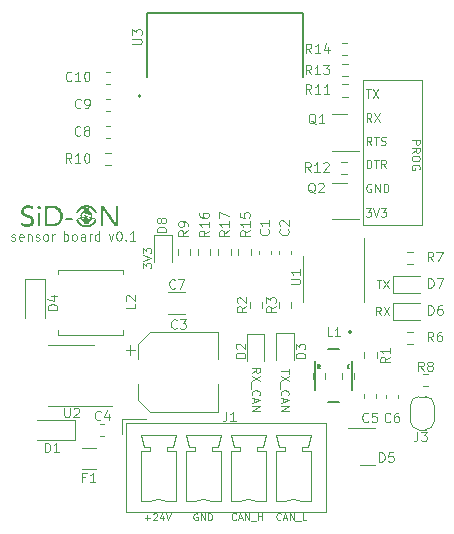
<source format=gbr>
%TF.GenerationSoftware,KiCad,Pcbnew,(7.0.0)*%
%TF.CreationDate,2023-03-19T21:05:42+01:00*%
%TF.ProjectId,ESP32-Touch_board,45535033-322d-4546-9f75-63685f626f61,rev?*%
%TF.SameCoordinates,Original*%
%TF.FileFunction,Legend,Top*%
%TF.FilePolarity,Positive*%
%FSLAX46Y46*%
G04 Gerber Fmt 4.6, Leading zero omitted, Abs format (unit mm)*
G04 Created by KiCad (PCBNEW (7.0.0)) date 2023-03-19 21:05:42*
%MOMM*%
%LPD*%
G01*
G04 APERTURE LIST*
%ADD10C,0.100000*%
%ADD11C,0.087500*%
%ADD12C,0.050000*%
%ADD13C,0.120000*%
%ADD14C,0.127000*%
%ADD15C,0.200000*%
G04 APERTURE END LIST*
D10*
X84515000Y-97375000D02*
X89505000Y-97375000D01*
X89505000Y-97375000D02*
X89505000Y-109685000D01*
X89505000Y-109685000D02*
X84515000Y-109685000D01*
X84515000Y-109685000D02*
X84515000Y-97375000D01*
X85183333Y-106216000D02*
X85116666Y-106182666D01*
X85116666Y-106182666D02*
X85016666Y-106182666D01*
X85016666Y-106182666D02*
X84916666Y-106216000D01*
X84916666Y-106216000D02*
X84850000Y-106282666D01*
X84850000Y-106282666D02*
X84816666Y-106349333D01*
X84816666Y-106349333D02*
X84783333Y-106482666D01*
X84783333Y-106482666D02*
X84783333Y-106582666D01*
X84783333Y-106582666D02*
X84816666Y-106716000D01*
X84816666Y-106716000D02*
X84850000Y-106782666D01*
X84850000Y-106782666D02*
X84916666Y-106849333D01*
X84916666Y-106849333D02*
X85016666Y-106882666D01*
X85016666Y-106882666D02*
X85083333Y-106882666D01*
X85083333Y-106882666D02*
X85183333Y-106849333D01*
X85183333Y-106849333D02*
X85216666Y-106816000D01*
X85216666Y-106816000D02*
X85216666Y-106582666D01*
X85216666Y-106582666D02*
X85083333Y-106582666D01*
X85516666Y-106882666D02*
X85516666Y-106182666D01*
X85516666Y-106182666D02*
X85916666Y-106882666D01*
X85916666Y-106882666D02*
X85916666Y-106182666D01*
X86249999Y-106882666D02*
X86249999Y-106182666D01*
X86249999Y-106182666D02*
X86416666Y-106182666D01*
X86416666Y-106182666D02*
X86516666Y-106216000D01*
X86516666Y-106216000D02*
X86583333Y-106282666D01*
X86583333Y-106282666D02*
X86616666Y-106349333D01*
X86616666Y-106349333D02*
X86649999Y-106482666D01*
X86649999Y-106482666D02*
X86649999Y-106582666D01*
X86649999Y-106582666D02*
X86616666Y-106716000D01*
X86616666Y-106716000D02*
X86583333Y-106782666D01*
X86583333Y-106782666D02*
X86516666Y-106849333D01*
X86516666Y-106849333D02*
X86416666Y-106882666D01*
X86416666Y-106882666D02*
X86249999Y-106882666D01*
X84756666Y-98172666D02*
X85156666Y-98172666D01*
X84956666Y-98872666D02*
X84956666Y-98172666D01*
X85323333Y-98172666D02*
X85789999Y-98872666D01*
X85789999Y-98172666D02*
X85323333Y-98872666D01*
X84816666Y-104822666D02*
X84816666Y-104122666D01*
X84816666Y-104122666D02*
X84983333Y-104122666D01*
X84983333Y-104122666D02*
X85083333Y-104156000D01*
X85083333Y-104156000D02*
X85150000Y-104222666D01*
X85150000Y-104222666D02*
X85183333Y-104289333D01*
X85183333Y-104289333D02*
X85216666Y-104422666D01*
X85216666Y-104422666D02*
X85216666Y-104522666D01*
X85216666Y-104522666D02*
X85183333Y-104656000D01*
X85183333Y-104656000D02*
X85150000Y-104722666D01*
X85150000Y-104722666D02*
X85083333Y-104789333D01*
X85083333Y-104789333D02*
X84983333Y-104822666D01*
X84983333Y-104822666D02*
X84816666Y-104822666D01*
X85416666Y-104122666D02*
X85816666Y-104122666D01*
X85616666Y-104822666D02*
X85616666Y-104122666D01*
X86449999Y-104822666D02*
X86216666Y-104489333D01*
X86049999Y-104822666D02*
X86049999Y-104122666D01*
X86049999Y-104122666D02*
X86316666Y-104122666D01*
X86316666Y-104122666D02*
X86383333Y-104156000D01*
X86383333Y-104156000D02*
X86416666Y-104189333D01*
X86416666Y-104189333D02*
X86449999Y-104256000D01*
X86449999Y-104256000D02*
X86449999Y-104356000D01*
X86449999Y-104356000D02*
X86416666Y-104422666D01*
X86416666Y-104422666D02*
X86383333Y-104456000D01*
X86383333Y-104456000D02*
X86316666Y-104489333D01*
X86316666Y-104489333D02*
X86049999Y-104489333D01*
D11*
X73745714Y-134572285D02*
X73717142Y-134600857D01*
X73717142Y-134600857D02*
X73631428Y-134629428D01*
X73631428Y-134629428D02*
X73574285Y-134629428D01*
X73574285Y-134629428D02*
X73488571Y-134600857D01*
X73488571Y-134600857D02*
X73431428Y-134543714D01*
X73431428Y-134543714D02*
X73402857Y-134486571D01*
X73402857Y-134486571D02*
X73374285Y-134372285D01*
X73374285Y-134372285D02*
X73374285Y-134286571D01*
X73374285Y-134286571D02*
X73402857Y-134172285D01*
X73402857Y-134172285D02*
X73431428Y-134115142D01*
X73431428Y-134115142D02*
X73488571Y-134058000D01*
X73488571Y-134058000D02*
X73574285Y-134029428D01*
X73574285Y-134029428D02*
X73631428Y-134029428D01*
X73631428Y-134029428D02*
X73717142Y-134058000D01*
X73717142Y-134058000D02*
X73745714Y-134086571D01*
X73974285Y-134458000D02*
X74260000Y-134458000D01*
X73917142Y-134629428D02*
X74117142Y-134029428D01*
X74117142Y-134029428D02*
X74317142Y-134629428D01*
X74517143Y-134629428D02*
X74517143Y-134029428D01*
X74517143Y-134029428D02*
X74860000Y-134629428D01*
X74860000Y-134629428D02*
X74860000Y-134029428D01*
X75002857Y-134686571D02*
X75459999Y-134686571D01*
X75602857Y-134629428D02*
X75602857Y-134029428D01*
X75602857Y-134315142D02*
X75945714Y-134315142D01*
X75945714Y-134629428D02*
X75945714Y-134029428D01*
D10*
X75077333Y-122159999D02*
X75410666Y-121926666D01*
X75077333Y-121759999D02*
X75777333Y-121759999D01*
X75777333Y-121759999D02*
X75777333Y-122026666D01*
X75777333Y-122026666D02*
X75744000Y-122093333D01*
X75744000Y-122093333D02*
X75710666Y-122126666D01*
X75710666Y-122126666D02*
X75644000Y-122159999D01*
X75644000Y-122159999D02*
X75544000Y-122159999D01*
X75544000Y-122159999D02*
X75477333Y-122126666D01*
X75477333Y-122126666D02*
X75444000Y-122093333D01*
X75444000Y-122093333D02*
X75410666Y-122026666D01*
X75410666Y-122026666D02*
X75410666Y-121759999D01*
X75777333Y-122393333D02*
X75077333Y-122859999D01*
X75777333Y-122859999D02*
X75077333Y-122393333D01*
X75010666Y-122960000D02*
X75010666Y-123493333D01*
X75144000Y-124059999D02*
X75110666Y-124026666D01*
X75110666Y-124026666D02*
X75077333Y-123926666D01*
X75077333Y-123926666D02*
X75077333Y-123859999D01*
X75077333Y-123859999D02*
X75110666Y-123759999D01*
X75110666Y-123759999D02*
X75177333Y-123693333D01*
X75177333Y-123693333D02*
X75244000Y-123659999D01*
X75244000Y-123659999D02*
X75377333Y-123626666D01*
X75377333Y-123626666D02*
X75477333Y-123626666D01*
X75477333Y-123626666D02*
X75610666Y-123659999D01*
X75610666Y-123659999D02*
X75677333Y-123693333D01*
X75677333Y-123693333D02*
X75744000Y-123759999D01*
X75744000Y-123759999D02*
X75777333Y-123859999D01*
X75777333Y-123859999D02*
X75777333Y-123926666D01*
X75777333Y-123926666D02*
X75744000Y-124026666D01*
X75744000Y-124026666D02*
X75710666Y-124059999D01*
X75277333Y-124326666D02*
X75277333Y-124659999D01*
X75077333Y-124259999D02*
X75777333Y-124493333D01*
X75777333Y-124493333D02*
X75077333Y-124726666D01*
X75077333Y-124959999D02*
X75777333Y-124959999D01*
X75777333Y-124959999D02*
X75077333Y-125359999D01*
X75077333Y-125359999D02*
X75777333Y-125359999D01*
X88612333Y-102431666D02*
X89312333Y-102431666D01*
X89312333Y-102431666D02*
X89312333Y-102698333D01*
X89312333Y-102698333D02*
X89279000Y-102765000D01*
X89279000Y-102765000D02*
X89245666Y-102798333D01*
X89245666Y-102798333D02*
X89179000Y-102831666D01*
X89179000Y-102831666D02*
X89079000Y-102831666D01*
X89079000Y-102831666D02*
X89012333Y-102798333D01*
X89012333Y-102798333D02*
X88979000Y-102765000D01*
X88979000Y-102765000D02*
X88945666Y-102698333D01*
X88945666Y-102698333D02*
X88945666Y-102431666D01*
X88612333Y-103531666D02*
X88945666Y-103298333D01*
X88612333Y-103131666D02*
X89312333Y-103131666D01*
X89312333Y-103131666D02*
X89312333Y-103398333D01*
X89312333Y-103398333D02*
X89279000Y-103465000D01*
X89279000Y-103465000D02*
X89245666Y-103498333D01*
X89245666Y-103498333D02*
X89179000Y-103531666D01*
X89179000Y-103531666D02*
X89079000Y-103531666D01*
X89079000Y-103531666D02*
X89012333Y-103498333D01*
X89012333Y-103498333D02*
X88979000Y-103465000D01*
X88979000Y-103465000D02*
X88945666Y-103398333D01*
X88945666Y-103398333D02*
X88945666Y-103131666D01*
X89312333Y-103965000D02*
X89312333Y-104098333D01*
X89312333Y-104098333D02*
X89279000Y-104165000D01*
X89279000Y-104165000D02*
X89212333Y-104231666D01*
X89212333Y-104231666D02*
X89079000Y-104265000D01*
X89079000Y-104265000D02*
X88845666Y-104265000D01*
X88845666Y-104265000D02*
X88712333Y-104231666D01*
X88712333Y-104231666D02*
X88645666Y-104165000D01*
X88645666Y-104165000D02*
X88612333Y-104098333D01*
X88612333Y-104098333D02*
X88612333Y-103965000D01*
X88612333Y-103965000D02*
X88645666Y-103898333D01*
X88645666Y-103898333D02*
X88712333Y-103831666D01*
X88712333Y-103831666D02*
X88845666Y-103798333D01*
X88845666Y-103798333D02*
X89079000Y-103798333D01*
X89079000Y-103798333D02*
X89212333Y-103831666D01*
X89212333Y-103831666D02*
X89279000Y-103898333D01*
X89279000Y-103898333D02*
X89312333Y-103965000D01*
X89279000Y-104931666D02*
X89312333Y-104864999D01*
X89312333Y-104864999D02*
X89312333Y-104764999D01*
X89312333Y-104764999D02*
X89279000Y-104664999D01*
X89279000Y-104664999D02*
X89212333Y-104598333D01*
X89212333Y-104598333D02*
X89145666Y-104564999D01*
X89145666Y-104564999D02*
X89012333Y-104531666D01*
X89012333Y-104531666D02*
X88912333Y-104531666D01*
X88912333Y-104531666D02*
X88779000Y-104564999D01*
X88779000Y-104564999D02*
X88712333Y-104598333D01*
X88712333Y-104598333D02*
X88645666Y-104664999D01*
X88645666Y-104664999D02*
X88612333Y-104764999D01*
X88612333Y-104764999D02*
X88612333Y-104831666D01*
X88612333Y-104831666D02*
X88645666Y-104931666D01*
X88645666Y-104931666D02*
X88679000Y-104964999D01*
X88679000Y-104964999D02*
X88912333Y-104964999D01*
X88912333Y-104964999D02*
X88912333Y-104831666D01*
D11*
X70467142Y-134078000D02*
X70410000Y-134049428D01*
X70410000Y-134049428D02*
X70324285Y-134049428D01*
X70324285Y-134049428D02*
X70238571Y-134078000D01*
X70238571Y-134078000D02*
X70181428Y-134135142D01*
X70181428Y-134135142D02*
X70152857Y-134192285D01*
X70152857Y-134192285D02*
X70124285Y-134306571D01*
X70124285Y-134306571D02*
X70124285Y-134392285D01*
X70124285Y-134392285D02*
X70152857Y-134506571D01*
X70152857Y-134506571D02*
X70181428Y-134563714D01*
X70181428Y-134563714D02*
X70238571Y-134620857D01*
X70238571Y-134620857D02*
X70324285Y-134649428D01*
X70324285Y-134649428D02*
X70381428Y-134649428D01*
X70381428Y-134649428D02*
X70467142Y-134620857D01*
X70467142Y-134620857D02*
X70495714Y-134592285D01*
X70495714Y-134592285D02*
X70495714Y-134392285D01*
X70495714Y-134392285D02*
X70381428Y-134392285D01*
X70752857Y-134649428D02*
X70752857Y-134049428D01*
X70752857Y-134049428D02*
X71095714Y-134649428D01*
X71095714Y-134649428D02*
X71095714Y-134049428D01*
X71381428Y-134649428D02*
X71381428Y-134049428D01*
X71381428Y-134049428D02*
X71524285Y-134049428D01*
X71524285Y-134049428D02*
X71609999Y-134078000D01*
X71609999Y-134078000D02*
X71667142Y-134135142D01*
X71667142Y-134135142D02*
X71695713Y-134192285D01*
X71695713Y-134192285D02*
X71724285Y-134306571D01*
X71724285Y-134306571D02*
X71724285Y-134392285D01*
X71724285Y-134392285D02*
X71695713Y-134506571D01*
X71695713Y-134506571D02*
X71667142Y-134563714D01*
X71667142Y-134563714D02*
X71609999Y-134620857D01*
X71609999Y-134620857D02*
X71524285Y-134649428D01*
X71524285Y-134649428D02*
X71381428Y-134649428D01*
D10*
X85216666Y-102872666D02*
X84983333Y-102539333D01*
X84816666Y-102872666D02*
X84816666Y-102172666D01*
X84816666Y-102172666D02*
X85083333Y-102172666D01*
X85083333Y-102172666D02*
X85150000Y-102206000D01*
X85150000Y-102206000D02*
X85183333Y-102239333D01*
X85183333Y-102239333D02*
X85216666Y-102306000D01*
X85216666Y-102306000D02*
X85216666Y-102406000D01*
X85216666Y-102406000D02*
X85183333Y-102472666D01*
X85183333Y-102472666D02*
X85150000Y-102506000D01*
X85150000Y-102506000D02*
X85083333Y-102539333D01*
X85083333Y-102539333D02*
X84816666Y-102539333D01*
X85416666Y-102172666D02*
X85816666Y-102172666D01*
X85616666Y-102872666D02*
X85616666Y-102172666D01*
X86016666Y-102839333D02*
X86116666Y-102872666D01*
X86116666Y-102872666D02*
X86283333Y-102872666D01*
X86283333Y-102872666D02*
X86349999Y-102839333D01*
X86349999Y-102839333D02*
X86383333Y-102806000D01*
X86383333Y-102806000D02*
X86416666Y-102739333D01*
X86416666Y-102739333D02*
X86416666Y-102672666D01*
X86416666Y-102672666D02*
X86383333Y-102606000D01*
X86383333Y-102606000D02*
X86349999Y-102572666D01*
X86349999Y-102572666D02*
X86283333Y-102539333D01*
X86283333Y-102539333D02*
X86149999Y-102506000D01*
X86149999Y-102506000D02*
X86083333Y-102472666D01*
X86083333Y-102472666D02*
X86049999Y-102439333D01*
X86049999Y-102439333D02*
X86016666Y-102372666D01*
X86016666Y-102372666D02*
X86016666Y-102306000D01*
X86016666Y-102306000D02*
X86049999Y-102239333D01*
X86049999Y-102239333D02*
X86083333Y-102206000D01*
X86083333Y-102206000D02*
X86149999Y-102172666D01*
X86149999Y-102172666D02*
X86316666Y-102172666D01*
X86316666Y-102172666D02*
X86416666Y-102206000D01*
D11*
X77525714Y-134562285D02*
X77497142Y-134590857D01*
X77497142Y-134590857D02*
X77411428Y-134619428D01*
X77411428Y-134619428D02*
X77354285Y-134619428D01*
X77354285Y-134619428D02*
X77268571Y-134590857D01*
X77268571Y-134590857D02*
X77211428Y-134533714D01*
X77211428Y-134533714D02*
X77182857Y-134476571D01*
X77182857Y-134476571D02*
X77154285Y-134362285D01*
X77154285Y-134362285D02*
X77154285Y-134276571D01*
X77154285Y-134276571D02*
X77182857Y-134162285D01*
X77182857Y-134162285D02*
X77211428Y-134105142D01*
X77211428Y-134105142D02*
X77268571Y-134048000D01*
X77268571Y-134048000D02*
X77354285Y-134019428D01*
X77354285Y-134019428D02*
X77411428Y-134019428D01*
X77411428Y-134019428D02*
X77497142Y-134048000D01*
X77497142Y-134048000D02*
X77525714Y-134076571D01*
X77754285Y-134448000D02*
X78040000Y-134448000D01*
X77697142Y-134619428D02*
X77897142Y-134019428D01*
X77897142Y-134019428D02*
X78097142Y-134619428D01*
X78297143Y-134619428D02*
X78297143Y-134019428D01*
X78297143Y-134019428D02*
X78640000Y-134619428D01*
X78640000Y-134619428D02*
X78640000Y-134019428D01*
X78782857Y-134676571D02*
X79239999Y-134676571D01*
X79668571Y-134619428D02*
X79382857Y-134619428D01*
X79382857Y-134619428D02*
X79382857Y-134019428D01*
D10*
X78222333Y-121836666D02*
X78222333Y-122236666D01*
X77522333Y-122036666D02*
X78222333Y-122036666D01*
X78222333Y-122403333D02*
X77522333Y-122869999D01*
X78222333Y-122869999D02*
X77522333Y-122403333D01*
X77455666Y-122970000D02*
X77455666Y-123503333D01*
X77589000Y-124069999D02*
X77555666Y-124036666D01*
X77555666Y-124036666D02*
X77522333Y-123936666D01*
X77522333Y-123936666D02*
X77522333Y-123869999D01*
X77522333Y-123869999D02*
X77555666Y-123769999D01*
X77555666Y-123769999D02*
X77622333Y-123703333D01*
X77622333Y-123703333D02*
X77689000Y-123669999D01*
X77689000Y-123669999D02*
X77822333Y-123636666D01*
X77822333Y-123636666D02*
X77922333Y-123636666D01*
X77922333Y-123636666D02*
X78055666Y-123669999D01*
X78055666Y-123669999D02*
X78122333Y-123703333D01*
X78122333Y-123703333D02*
X78189000Y-123769999D01*
X78189000Y-123769999D02*
X78222333Y-123869999D01*
X78222333Y-123869999D02*
X78222333Y-123936666D01*
X78222333Y-123936666D02*
X78189000Y-124036666D01*
X78189000Y-124036666D02*
X78155666Y-124069999D01*
X77722333Y-124336666D02*
X77722333Y-124669999D01*
X77522333Y-124269999D02*
X78222333Y-124503333D01*
X78222333Y-124503333D02*
X77522333Y-124736666D01*
X77522333Y-124969999D02*
X78222333Y-124969999D01*
X78222333Y-124969999D02*
X77522333Y-125369999D01*
X77522333Y-125369999D02*
X78222333Y-125369999D01*
X85216666Y-100892666D02*
X84983333Y-100559333D01*
X84816666Y-100892666D02*
X84816666Y-100192666D01*
X84816666Y-100192666D02*
X85083333Y-100192666D01*
X85083333Y-100192666D02*
X85150000Y-100226000D01*
X85150000Y-100226000D02*
X85183333Y-100259333D01*
X85183333Y-100259333D02*
X85216666Y-100326000D01*
X85216666Y-100326000D02*
X85216666Y-100426000D01*
X85216666Y-100426000D02*
X85183333Y-100492666D01*
X85183333Y-100492666D02*
X85150000Y-100526000D01*
X85150000Y-100526000D02*
X85083333Y-100559333D01*
X85083333Y-100559333D02*
X84816666Y-100559333D01*
X85450000Y-100192666D02*
X85916666Y-100892666D01*
X85916666Y-100192666D02*
X85450000Y-100892666D01*
D11*
X65867666Y-113300000D02*
X65867666Y-112866666D01*
X65867666Y-112866666D02*
X66134333Y-113100000D01*
X66134333Y-113100000D02*
X66134333Y-113000000D01*
X66134333Y-113000000D02*
X66167666Y-112933333D01*
X66167666Y-112933333D02*
X66201000Y-112900000D01*
X66201000Y-112900000D02*
X66267666Y-112866666D01*
X66267666Y-112866666D02*
X66434333Y-112866666D01*
X66434333Y-112866666D02*
X66501000Y-112900000D01*
X66501000Y-112900000D02*
X66534333Y-112933333D01*
X66534333Y-112933333D02*
X66567666Y-113000000D01*
X66567666Y-113000000D02*
X66567666Y-113200000D01*
X66567666Y-113200000D02*
X66534333Y-113266666D01*
X66534333Y-113266666D02*
X66501000Y-113300000D01*
X65867666Y-112666666D02*
X66567666Y-112433333D01*
X66567666Y-112433333D02*
X65867666Y-112199999D01*
X65867666Y-112033333D02*
X65867666Y-111599999D01*
X65867666Y-111599999D02*
X66134333Y-111833333D01*
X66134333Y-111833333D02*
X66134333Y-111733333D01*
X66134333Y-111733333D02*
X66167666Y-111666666D01*
X66167666Y-111666666D02*
X66201000Y-111633333D01*
X66201000Y-111633333D02*
X66267666Y-111599999D01*
X66267666Y-111599999D02*
X66434333Y-111599999D01*
X66434333Y-111599999D02*
X66501000Y-111633333D01*
X66501000Y-111633333D02*
X66534333Y-111666666D01*
X66534333Y-111666666D02*
X66567666Y-111733333D01*
X66567666Y-111733333D02*
X66567666Y-111933333D01*
X66567666Y-111933333D02*
X66534333Y-111999999D01*
X66534333Y-111999999D02*
X66501000Y-112033333D01*
D10*
X85646666Y-114277666D02*
X86046666Y-114277666D01*
X85846666Y-114977666D02*
X85846666Y-114277666D01*
X86213333Y-114277666D02*
X86679999Y-114977666D01*
X86679999Y-114277666D02*
X86213333Y-114977666D01*
X54732380Y-110927809D02*
X54808571Y-110965904D01*
X54808571Y-110965904D02*
X54960952Y-110965904D01*
X54960952Y-110965904D02*
X55037142Y-110927809D01*
X55037142Y-110927809D02*
X55075238Y-110851619D01*
X55075238Y-110851619D02*
X55075238Y-110813523D01*
X55075238Y-110813523D02*
X55037142Y-110737333D01*
X55037142Y-110737333D02*
X54960952Y-110699238D01*
X54960952Y-110699238D02*
X54846666Y-110699238D01*
X54846666Y-110699238D02*
X54770476Y-110661142D01*
X54770476Y-110661142D02*
X54732380Y-110584952D01*
X54732380Y-110584952D02*
X54732380Y-110546857D01*
X54732380Y-110546857D02*
X54770476Y-110470666D01*
X54770476Y-110470666D02*
X54846666Y-110432571D01*
X54846666Y-110432571D02*
X54960952Y-110432571D01*
X54960952Y-110432571D02*
X55037142Y-110470666D01*
X55722857Y-110927809D02*
X55646666Y-110965904D01*
X55646666Y-110965904D02*
X55494285Y-110965904D01*
X55494285Y-110965904D02*
X55418095Y-110927809D01*
X55418095Y-110927809D02*
X55379999Y-110851619D01*
X55379999Y-110851619D02*
X55379999Y-110546857D01*
X55379999Y-110546857D02*
X55418095Y-110470666D01*
X55418095Y-110470666D02*
X55494285Y-110432571D01*
X55494285Y-110432571D02*
X55646666Y-110432571D01*
X55646666Y-110432571D02*
X55722857Y-110470666D01*
X55722857Y-110470666D02*
X55760952Y-110546857D01*
X55760952Y-110546857D02*
X55760952Y-110623047D01*
X55760952Y-110623047D02*
X55379999Y-110699238D01*
X56103809Y-110432571D02*
X56103809Y-110965904D01*
X56103809Y-110508761D02*
X56141904Y-110470666D01*
X56141904Y-110470666D02*
X56218094Y-110432571D01*
X56218094Y-110432571D02*
X56332380Y-110432571D01*
X56332380Y-110432571D02*
X56408571Y-110470666D01*
X56408571Y-110470666D02*
X56446666Y-110546857D01*
X56446666Y-110546857D02*
X56446666Y-110965904D01*
X56789523Y-110927809D02*
X56865714Y-110965904D01*
X56865714Y-110965904D02*
X57018095Y-110965904D01*
X57018095Y-110965904D02*
X57094285Y-110927809D01*
X57094285Y-110927809D02*
X57132381Y-110851619D01*
X57132381Y-110851619D02*
X57132381Y-110813523D01*
X57132381Y-110813523D02*
X57094285Y-110737333D01*
X57094285Y-110737333D02*
X57018095Y-110699238D01*
X57018095Y-110699238D02*
X56903809Y-110699238D01*
X56903809Y-110699238D02*
X56827619Y-110661142D01*
X56827619Y-110661142D02*
X56789523Y-110584952D01*
X56789523Y-110584952D02*
X56789523Y-110546857D01*
X56789523Y-110546857D02*
X56827619Y-110470666D01*
X56827619Y-110470666D02*
X56903809Y-110432571D01*
X56903809Y-110432571D02*
X57018095Y-110432571D01*
X57018095Y-110432571D02*
X57094285Y-110470666D01*
X57589523Y-110965904D02*
X57513333Y-110927809D01*
X57513333Y-110927809D02*
X57475238Y-110889714D01*
X57475238Y-110889714D02*
X57437142Y-110813523D01*
X57437142Y-110813523D02*
X57437142Y-110584952D01*
X57437142Y-110584952D02*
X57475238Y-110508761D01*
X57475238Y-110508761D02*
X57513333Y-110470666D01*
X57513333Y-110470666D02*
X57589523Y-110432571D01*
X57589523Y-110432571D02*
X57703809Y-110432571D01*
X57703809Y-110432571D02*
X57780000Y-110470666D01*
X57780000Y-110470666D02*
X57818095Y-110508761D01*
X57818095Y-110508761D02*
X57856190Y-110584952D01*
X57856190Y-110584952D02*
X57856190Y-110813523D01*
X57856190Y-110813523D02*
X57818095Y-110889714D01*
X57818095Y-110889714D02*
X57780000Y-110927809D01*
X57780000Y-110927809D02*
X57703809Y-110965904D01*
X57703809Y-110965904D02*
X57589523Y-110965904D01*
X58199048Y-110965904D02*
X58199048Y-110432571D01*
X58199048Y-110584952D02*
X58237143Y-110508761D01*
X58237143Y-110508761D02*
X58275238Y-110470666D01*
X58275238Y-110470666D02*
X58351429Y-110432571D01*
X58351429Y-110432571D02*
X58427619Y-110432571D01*
X59174286Y-110965904D02*
X59174286Y-110165904D01*
X59174286Y-110470666D02*
X59250476Y-110432571D01*
X59250476Y-110432571D02*
X59402857Y-110432571D01*
X59402857Y-110432571D02*
X59479048Y-110470666D01*
X59479048Y-110470666D02*
X59517143Y-110508761D01*
X59517143Y-110508761D02*
X59555238Y-110584952D01*
X59555238Y-110584952D02*
X59555238Y-110813523D01*
X59555238Y-110813523D02*
X59517143Y-110889714D01*
X59517143Y-110889714D02*
X59479048Y-110927809D01*
X59479048Y-110927809D02*
X59402857Y-110965904D01*
X59402857Y-110965904D02*
X59250476Y-110965904D01*
X59250476Y-110965904D02*
X59174286Y-110927809D01*
X60012381Y-110965904D02*
X59936191Y-110927809D01*
X59936191Y-110927809D02*
X59898096Y-110889714D01*
X59898096Y-110889714D02*
X59860000Y-110813523D01*
X59860000Y-110813523D02*
X59860000Y-110584952D01*
X59860000Y-110584952D02*
X59898096Y-110508761D01*
X59898096Y-110508761D02*
X59936191Y-110470666D01*
X59936191Y-110470666D02*
X60012381Y-110432571D01*
X60012381Y-110432571D02*
X60126667Y-110432571D01*
X60126667Y-110432571D02*
X60202858Y-110470666D01*
X60202858Y-110470666D02*
X60240953Y-110508761D01*
X60240953Y-110508761D02*
X60279048Y-110584952D01*
X60279048Y-110584952D02*
X60279048Y-110813523D01*
X60279048Y-110813523D02*
X60240953Y-110889714D01*
X60240953Y-110889714D02*
X60202858Y-110927809D01*
X60202858Y-110927809D02*
X60126667Y-110965904D01*
X60126667Y-110965904D02*
X60012381Y-110965904D01*
X60964763Y-110965904D02*
X60964763Y-110546857D01*
X60964763Y-110546857D02*
X60926668Y-110470666D01*
X60926668Y-110470666D02*
X60850477Y-110432571D01*
X60850477Y-110432571D02*
X60698096Y-110432571D01*
X60698096Y-110432571D02*
X60621906Y-110470666D01*
X60964763Y-110927809D02*
X60888572Y-110965904D01*
X60888572Y-110965904D02*
X60698096Y-110965904D01*
X60698096Y-110965904D02*
X60621906Y-110927809D01*
X60621906Y-110927809D02*
X60583810Y-110851619D01*
X60583810Y-110851619D02*
X60583810Y-110775428D01*
X60583810Y-110775428D02*
X60621906Y-110699238D01*
X60621906Y-110699238D02*
X60698096Y-110661142D01*
X60698096Y-110661142D02*
X60888572Y-110661142D01*
X60888572Y-110661142D02*
X60964763Y-110623047D01*
X61345716Y-110965904D02*
X61345716Y-110432571D01*
X61345716Y-110584952D02*
X61383811Y-110508761D01*
X61383811Y-110508761D02*
X61421906Y-110470666D01*
X61421906Y-110470666D02*
X61498097Y-110432571D01*
X61498097Y-110432571D02*
X61574287Y-110432571D01*
X62183811Y-110965904D02*
X62183811Y-110165904D01*
X62183811Y-110927809D02*
X62107620Y-110965904D01*
X62107620Y-110965904D02*
X61955239Y-110965904D01*
X61955239Y-110965904D02*
X61879049Y-110927809D01*
X61879049Y-110927809D02*
X61840954Y-110889714D01*
X61840954Y-110889714D02*
X61802858Y-110813523D01*
X61802858Y-110813523D02*
X61802858Y-110584952D01*
X61802858Y-110584952D02*
X61840954Y-110508761D01*
X61840954Y-110508761D02*
X61879049Y-110470666D01*
X61879049Y-110470666D02*
X61955239Y-110432571D01*
X61955239Y-110432571D02*
X62107620Y-110432571D01*
X62107620Y-110432571D02*
X62183811Y-110470666D01*
X62968573Y-110432571D02*
X63159049Y-110965904D01*
X63159049Y-110965904D02*
X63349526Y-110432571D01*
X63806669Y-110165904D02*
X63882859Y-110165904D01*
X63882859Y-110165904D02*
X63959050Y-110204000D01*
X63959050Y-110204000D02*
X63997145Y-110242095D01*
X63997145Y-110242095D02*
X64035240Y-110318285D01*
X64035240Y-110318285D02*
X64073335Y-110470666D01*
X64073335Y-110470666D02*
X64073335Y-110661142D01*
X64073335Y-110661142D02*
X64035240Y-110813523D01*
X64035240Y-110813523D02*
X63997145Y-110889714D01*
X63997145Y-110889714D02*
X63959050Y-110927809D01*
X63959050Y-110927809D02*
X63882859Y-110965904D01*
X63882859Y-110965904D02*
X63806669Y-110965904D01*
X63806669Y-110965904D02*
X63730478Y-110927809D01*
X63730478Y-110927809D02*
X63692383Y-110889714D01*
X63692383Y-110889714D02*
X63654288Y-110813523D01*
X63654288Y-110813523D02*
X63616192Y-110661142D01*
X63616192Y-110661142D02*
X63616192Y-110470666D01*
X63616192Y-110470666D02*
X63654288Y-110318285D01*
X63654288Y-110318285D02*
X63692383Y-110242095D01*
X63692383Y-110242095D02*
X63730478Y-110204000D01*
X63730478Y-110204000D02*
X63806669Y-110165904D01*
X64416193Y-110889714D02*
X64454288Y-110927809D01*
X64454288Y-110927809D02*
X64416193Y-110965904D01*
X64416193Y-110965904D02*
X64378097Y-110927809D01*
X64378097Y-110927809D02*
X64416193Y-110889714D01*
X64416193Y-110889714D02*
X64416193Y-110965904D01*
X65216192Y-110965904D02*
X64759049Y-110965904D01*
X64987621Y-110965904D02*
X64987621Y-110165904D01*
X64987621Y-110165904D02*
X64911430Y-110280190D01*
X64911430Y-110280190D02*
X64835240Y-110356380D01*
X64835240Y-110356380D02*
X64759049Y-110394476D01*
X86006666Y-117277666D02*
X85773333Y-116944333D01*
X85606666Y-117277666D02*
X85606666Y-116577666D01*
X85606666Y-116577666D02*
X85873333Y-116577666D01*
X85873333Y-116577666D02*
X85940000Y-116611000D01*
X85940000Y-116611000D02*
X85973333Y-116644333D01*
X85973333Y-116644333D02*
X86006666Y-116711000D01*
X86006666Y-116711000D02*
X86006666Y-116811000D01*
X86006666Y-116811000D02*
X85973333Y-116877666D01*
X85973333Y-116877666D02*
X85940000Y-116911000D01*
X85940000Y-116911000D02*
X85873333Y-116944333D01*
X85873333Y-116944333D02*
X85606666Y-116944333D01*
X86240000Y-116577666D02*
X86706666Y-117277666D01*
X86706666Y-116577666D02*
X86240000Y-117277666D01*
X84750000Y-108242666D02*
X85183333Y-108242666D01*
X85183333Y-108242666D02*
X84950000Y-108509333D01*
X84950000Y-108509333D02*
X85050000Y-108509333D01*
X85050000Y-108509333D02*
X85116666Y-108542666D01*
X85116666Y-108542666D02*
X85150000Y-108576000D01*
X85150000Y-108576000D02*
X85183333Y-108642666D01*
X85183333Y-108642666D02*
X85183333Y-108809333D01*
X85183333Y-108809333D02*
X85150000Y-108876000D01*
X85150000Y-108876000D02*
X85116666Y-108909333D01*
X85116666Y-108909333D02*
X85050000Y-108942666D01*
X85050000Y-108942666D02*
X84850000Y-108942666D01*
X84850000Y-108942666D02*
X84783333Y-108909333D01*
X84783333Y-108909333D02*
X84750000Y-108876000D01*
X85383333Y-108242666D02*
X85616667Y-108942666D01*
X85616667Y-108942666D02*
X85850000Y-108242666D01*
X86016667Y-108242666D02*
X86450000Y-108242666D01*
X86450000Y-108242666D02*
X86216667Y-108509333D01*
X86216667Y-108509333D02*
X86316667Y-108509333D01*
X86316667Y-108509333D02*
X86383333Y-108542666D01*
X86383333Y-108542666D02*
X86416667Y-108576000D01*
X86416667Y-108576000D02*
X86450000Y-108642666D01*
X86450000Y-108642666D02*
X86450000Y-108809333D01*
X86450000Y-108809333D02*
X86416667Y-108876000D01*
X86416667Y-108876000D02*
X86383333Y-108909333D01*
X86383333Y-108909333D02*
X86316667Y-108942666D01*
X86316667Y-108942666D02*
X86116667Y-108942666D01*
X86116667Y-108942666D02*
X86050000Y-108909333D01*
X86050000Y-108909333D02*
X86016667Y-108876000D01*
D11*
X66022857Y-134420857D02*
X66480000Y-134420857D01*
X66251428Y-134649428D02*
X66251428Y-134192285D01*
X66737142Y-134106571D02*
X66765714Y-134078000D01*
X66765714Y-134078000D02*
X66822857Y-134049428D01*
X66822857Y-134049428D02*
X66965714Y-134049428D01*
X66965714Y-134049428D02*
X67022857Y-134078000D01*
X67022857Y-134078000D02*
X67051428Y-134106571D01*
X67051428Y-134106571D02*
X67079999Y-134163714D01*
X67079999Y-134163714D02*
X67079999Y-134220857D01*
X67079999Y-134220857D02*
X67051428Y-134306571D01*
X67051428Y-134306571D02*
X66708571Y-134649428D01*
X66708571Y-134649428D02*
X67079999Y-134649428D01*
X67594286Y-134249428D02*
X67594286Y-134649428D01*
X67451428Y-134020857D02*
X67308571Y-134449428D01*
X67308571Y-134449428D02*
X67680000Y-134449428D01*
X67822857Y-134049428D02*
X68022857Y-134649428D01*
X68022857Y-134649428D02*
X68222857Y-134049428D01*
D10*
%TO.C,Q2*%
X80443809Y-106960095D02*
X80367619Y-106922000D01*
X80367619Y-106922000D02*
X80291428Y-106845809D01*
X80291428Y-106845809D02*
X80177142Y-106731523D01*
X80177142Y-106731523D02*
X80100952Y-106693428D01*
X80100952Y-106693428D02*
X80024761Y-106693428D01*
X80062857Y-106883904D02*
X79986666Y-106845809D01*
X79986666Y-106845809D02*
X79910476Y-106769619D01*
X79910476Y-106769619D02*
X79872380Y-106617238D01*
X79872380Y-106617238D02*
X79872380Y-106350571D01*
X79872380Y-106350571D02*
X79910476Y-106198190D01*
X79910476Y-106198190D02*
X79986666Y-106122000D01*
X79986666Y-106122000D02*
X80062857Y-106083904D01*
X80062857Y-106083904D02*
X80215238Y-106083904D01*
X80215238Y-106083904D02*
X80291428Y-106122000D01*
X80291428Y-106122000D02*
X80367619Y-106198190D01*
X80367619Y-106198190D02*
X80405714Y-106350571D01*
X80405714Y-106350571D02*
X80405714Y-106617238D01*
X80405714Y-106617238D02*
X80367619Y-106769619D01*
X80367619Y-106769619D02*
X80291428Y-106845809D01*
X80291428Y-106845809D02*
X80215238Y-106883904D01*
X80215238Y-106883904D02*
X80062857Y-106883904D01*
X80710475Y-106160095D02*
X80748571Y-106122000D01*
X80748571Y-106122000D02*
X80824761Y-106083904D01*
X80824761Y-106083904D02*
X81015237Y-106083904D01*
X81015237Y-106083904D02*
X81091428Y-106122000D01*
X81091428Y-106122000D02*
X81129523Y-106160095D01*
X81129523Y-106160095D02*
X81167618Y-106236285D01*
X81167618Y-106236285D02*
X81167618Y-106312476D01*
X81167618Y-106312476D02*
X81129523Y-106426761D01*
X81129523Y-106426761D02*
X80672380Y-106883904D01*
X80672380Y-106883904D02*
X81167618Y-106883904D01*
%TO.C,J3*%
X89113333Y-127133904D02*
X89113333Y-127705333D01*
X89113333Y-127705333D02*
X89075238Y-127819619D01*
X89075238Y-127819619D02*
X88999047Y-127895809D01*
X88999047Y-127895809D02*
X88884762Y-127933904D01*
X88884762Y-127933904D02*
X88808571Y-127933904D01*
X89418095Y-127133904D02*
X89913333Y-127133904D01*
X89913333Y-127133904D02*
X89646667Y-127438666D01*
X89646667Y-127438666D02*
X89760952Y-127438666D01*
X89760952Y-127438666D02*
X89837143Y-127476761D01*
X89837143Y-127476761D02*
X89875238Y-127514857D01*
X89875238Y-127514857D02*
X89913333Y-127591047D01*
X89913333Y-127591047D02*
X89913333Y-127781523D01*
X89913333Y-127781523D02*
X89875238Y-127857714D01*
X89875238Y-127857714D02*
X89837143Y-127895809D01*
X89837143Y-127895809D02*
X89760952Y-127933904D01*
X89760952Y-127933904D02*
X89532381Y-127933904D01*
X89532381Y-127933904D02*
X89456190Y-127895809D01*
X89456190Y-127895809D02*
X89418095Y-127857714D01*
%TO.C,R10*%
X59815714Y-104363904D02*
X59549047Y-103982952D01*
X59358571Y-104363904D02*
X59358571Y-103563904D01*
X59358571Y-103563904D02*
X59663333Y-103563904D01*
X59663333Y-103563904D02*
X59739523Y-103602000D01*
X59739523Y-103602000D02*
X59777618Y-103640095D01*
X59777618Y-103640095D02*
X59815714Y-103716285D01*
X59815714Y-103716285D02*
X59815714Y-103830571D01*
X59815714Y-103830571D02*
X59777618Y-103906761D01*
X59777618Y-103906761D02*
X59739523Y-103944857D01*
X59739523Y-103944857D02*
X59663333Y-103982952D01*
X59663333Y-103982952D02*
X59358571Y-103982952D01*
X60577618Y-104363904D02*
X60120475Y-104363904D01*
X60349047Y-104363904D02*
X60349047Y-103563904D01*
X60349047Y-103563904D02*
X60272856Y-103678190D01*
X60272856Y-103678190D02*
X60196666Y-103754380D01*
X60196666Y-103754380D02*
X60120475Y-103792476D01*
X61072857Y-103563904D02*
X61149047Y-103563904D01*
X61149047Y-103563904D02*
X61225238Y-103602000D01*
X61225238Y-103602000D02*
X61263333Y-103640095D01*
X61263333Y-103640095D02*
X61301428Y-103716285D01*
X61301428Y-103716285D02*
X61339523Y-103868666D01*
X61339523Y-103868666D02*
X61339523Y-104059142D01*
X61339523Y-104059142D02*
X61301428Y-104211523D01*
X61301428Y-104211523D02*
X61263333Y-104287714D01*
X61263333Y-104287714D02*
X61225238Y-104325809D01*
X61225238Y-104325809D02*
X61149047Y-104363904D01*
X61149047Y-104363904D02*
X61072857Y-104363904D01*
X61072857Y-104363904D02*
X60996666Y-104325809D01*
X60996666Y-104325809D02*
X60958571Y-104287714D01*
X60958571Y-104287714D02*
X60920476Y-104211523D01*
X60920476Y-104211523D02*
X60882380Y-104059142D01*
X60882380Y-104059142D02*
X60882380Y-103868666D01*
X60882380Y-103868666D02*
X60920476Y-103716285D01*
X60920476Y-103716285D02*
X60958571Y-103640095D01*
X60958571Y-103640095D02*
X60996666Y-103602000D01*
X60996666Y-103602000D02*
X61072857Y-103563904D01*
%TO.C,U3*%
X64963904Y-94329523D02*
X65611523Y-94329523D01*
X65611523Y-94329523D02*
X65687714Y-94291428D01*
X65687714Y-94291428D02*
X65725809Y-94253333D01*
X65725809Y-94253333D02*
X65763904Y-94177142D01*
X65763904Y-94177142D02*
X65763904Y-94024761D01*
X65763904Y-94024761D02*
X65725809Y-93948571D01*
X65725809Y-93948571D02*
X65687714Y-93910476D01*
X65687714Y-93910476D02*
X65611523Y-93872380D01*
X65611523Y-93872380D02*
X64963904Y-93872380D01*
X64963904Y-93567619D02*
X64963904Y-93072381D01*
X64963904Y-93072381D02*
X65268666Y-93339047D01*
X65268666Y-93339047D02*
X65268666Y-93224762D01*
X65268666Y-93224762D02*
X65306761Y-93148571D01*
X65306761Y-93148571D02*
X65344857Y-93110476D01*
X65344857Y-93110476D02*
X65421047Y-93072381D01*
X65421047Y-93072381D02*
X65611523Y-93072381D01*
X65611523Y-93072381D02*
X65687714Y-93110476D01*
X65687714Y-93110476D02*
X65725809Y-93148571D01*
X65725809Y-93148571D02*
X65763904Y-93224762D01*
X65763904Y-93224762D02*
X65763904Y-93453333D01*
X65763904Y-93453333D02*
X65725809Y-93529524D01*
X65725809Y-93529524D02*
X65687714Y-93567619D01*
%TO.C,D5*%
X85867024Y-129696404D02*
X85867024Y-128896404D01*
X85867024Y-128896404D02*
X86057500Y-128896404D01*
X86057500Y-128896404D02*
X86171786Y-128934500D01*
X86171786Y-128934500D02*
X86247976Y-129010690D01*
X86247976Y-129010690D02*
X86286071Y-129086880D01*
X86286071Y-129086880D02*
X86324167Y-129239261D01*
X86324167Y-129239261D02*
X86324167Y-129353547D01*
X86324167Y-129353547D02*
X86286071Y-129505928D01*
X86286071Y-129505928D02*
X86247976Y-129582119D01*
X86247976Y-129582119D02*
X86171786Y-129658309D01*
X86171786Y-129658309D02*
X86057500Y-129696404D01*
X86057500Y-129696404D02*
X85867024Y-129696404D01*
X87047976Y-128896404D02*
X86667024Y-128896404D01*
X86667024Y-128896404D02*
X86628928Y-129277357D01*
X86628928Y-129277357D02*
X86667024Y-129239261D01*
X86667024Y-129239261D02*
X86743214Y-129201166D01*
X86743214Y-129201166D02*
X86933690Y-129201166D01*
X86933690Y-129201166D02*
X87009881Y-129239261D01*
X87009881Y-129239261D02*
X87047976Y-129277357D01*
X87047976Y-129277357D02*
X87086071Y-129353547D01*
X87086071Y-129353547D02*
X87086071Y-129544023D01*
X87086071Y-129544023D02*
X87047976Y-129620214D01*
X87047976Y-129620214D02*
X87009881Y-129658309D01*
X87009881Y-129658309D02*
X86933690Y-129696404D01*
X86933690Y-129696404D02*
X86743214Y-129696404D01*
X86743214Y-129696404D02*
X86667024Y-129658309D01*
X86667024Y-129658309D02*
X86628928Y-129620214D01*
%TO.C,R6*%
X90441667Y-119493904D02*
X90175000Y-119112952D01*
X89984524Y-119493904D02*
X89984524Y-118693904D01*
X89984524Y-118693904D02*
X90289286Y-118693904D01*
X90289286Y-118693904D02*
X90365476Y-118732000D01*
X90365476Y-118732000D02*
X90403571Y-118770095D01*
X90403571Y-118770095D02*
X90441667Y-118846285D01*
X90441667Y-118846285D02*
X90441667Y-118960571D01*
X90441667Y-118960571D02*
X90403571Y-119036761D01*
X90403571Y-119036761D02*
X90365476Y-119074857D01*
X90365476Y-119074857D02*
X90289286Y-119112952D01*
X90289286Y-119112952D02*
X89984524Y-119112952D01*
X91127381Y-118693904D02*
X90975000Y-118693904D01*
X90975000Y-118693904D02*
X90898809Y-118732000D01*
X90898809Y-118732000D02*
X90860714Y-118770095D01*
X90860714Y-118770095D02*
X90784524Y-118884380D01*
X90784524Y-118884380D02*
X90746428Y-119036761D01*
X90746428Y-119036761D02*
X90746428Y-119341523D01*
X90746428Y-119341523D02*
X90784524Y-119417714D01*
X90784524Y-119417714D02*
X90822619Y-119455809D01*
X90822619Y-119455809D02*
X90898809Y-119493904D01*
X90898809Y-119493904D02*
X91051190Y-119493904D01*
X91051190Y-119493904D02*
X91127381Y-119455809D01*
X91127381Y-119455809D02*
X91165476Y-119417714D01*
X91165476Y-119417714D02*
X91203571Y-119341523D01*
X91203571Y-119341523D02*
X91203571Y-119151047D01*
X91203571Y-119151047D02*
X91165476Y-119074857D01*
X91165476Y-119074857D02*
X91127381Y-119036761D01*
X91127381Y-119036761D02*
X91051190Y-118998666D01*
X91051190Y-118998666D02*
X90898809Y-118998666D01*
X90898809Y-118998666D02*
X90822619Y-119036761D01*
X90822619Y-119036761D02*
X90784524Y-119074857D01*
X90784524Y-119074857D02*
X90746428Y-119151047D01*
%TO.C,R14*%
X80115714Y-95083904D02*
X79849047Y-94702952D01*
X79658571Y-95083904D02*
X79658571Y-94283904D01*
X79658571Y-94283904D02*
X79963333Y-94283904D01*
X79963333Y-94283904D02*
X80039523Y-94322000D01*
X80039523Y-94322000D02*
X80077618Y-94360095D01*
X80077618Y-94360095D02*
X80115714Y-94436285D01*
X80115714Y-94436285D02*
X80115714Y-94550571D01*
X80115714Y-94550571D02*
X80077618Y-94626761D01*
X80077618Y-94626761D02*
X80039523Y-94664857D01*
X80039523Y-94664857D02*
X79963333Y-94702952D01*
X79963333Y-94702952D02*
X79658571Y-94702952D01*
X80877618Y-95083904D02*
X80420475Y-95083904D01*
X80649047Y-95083904D02*
X80649047Y-94283904D01*
X80649047Y-94283904D02*
X80572856Y-94398190D01*
X80572856Y-94398190D02*
X80496666Y-94474380D01*
X80496666Y-94474380D02*
X80420475Y-94512476D01*
X81563333Y-94550571D02*
X81563333Y-95083904D01*
X81372857Y-94245809D02*
X81182380Y-94817238D01*
X81182380Y-94817238D02*
X81677619Y-94817238D01*
%TO.C,D1*%
X57539524Y-128873904D02*
X57539524Y-128073904D01*
X57539524Y-128073904D02*
X57730000Y-128073904D01*
X57730000Y-128073904D02*
X57844286Y-128112000D01*
X57844286Y-128112000D02*
X57920476Y-128188190D01*
X57920476Y-128188190D02*
X57958571Y-128264380D01*
X57958571Y-128264380D02*
X57996667Y-128416761D01*
X57996667Y-128416761D02*
X57996667Y-128531047D01*
X57996667Y-128531047D02*
X57958571Y-128683428D01*
X57958571Y-128683428D02*
X57920476Y-128759619D01*
X57920476Y-128759619D02*
X57844286Y-128835809D01*
X57844286Y-128835809D02*
X57730000Y-128873904D01*
X57730000Y-128873904D02*
X57539524Y-128873904D01*
X58758571Y-128873904D02*
X58301428Y-128873904D01*
X58530000Y-128873904D02*
X58530000Y-128073904D01*
X58530000Y-128073904D02*
X58453809Y-128188190D01*
X58453809Y-128188190D02*
X58377619Y-128264380D01*
X58377619Y-128264380D02*
X58301428Y-128302476D01*
D12*
%TO.C,R5*%
X80823476Y-121613333D02*
X80728238Y-121679999D01*
X80823476Y-121727618D02*
X80623476Y-121727618D01*
X80623476Y-121727618D02*
X80623476Y-121651428D01*
X80623476Y-121651428D02*
X80633000Y-121632380D01*
X80633000Y-121632380D02*
X80642523Y-121622857D01*
X80642523Y-121622857D02*
X80661571Y-121613333D01*
X80661571Y-121613333D02*
X80690142Y-121613333D01*
X80690142Y-121613333D02*
X80709190Y-121622857D01*
X80709190Y-121622857D02*
X80718714Y-121632380D01*
X80718714Y-121632380D02*
X80728238Y-121651428D01*
X80728238Y-121651428D02*
X80728238Y-121727618D01*
X80623476Y-121432380D02*
X80623476Y-121527618D01*
X80623476Y-121527618D02*
X80718714Y-121537142D01*
X80718714Y-121537142D02*
X80709190Y-121527618D01*
X80709190Y-121527618D02*
X80699666Y-121508571D01*
X80699666Y-121508571D02*
X80699666Y-121460952D01*
X80699666Y-121460952D02*
X80709190Y-121441904D01*
X80709190Y-121441904D02*
X80718714Y-121432380D01*
X80718714Y-121432380D02*
X80737761Y-121422857D01*
X80737761Y-121422857D02*
X80785380Y-121422857D01*
X80785380Y-121422857D02*
X80804428Y-121432380D01*
X80804428Y-121432380D02*
X80813952Y-121441904D01*
X80813952Y-121441904D02*
X80823476Y-121460952D01*
X80823476Y-121460952D02*
X80823476Y-121508571D01*
X80823476Y-121508571D02*
X80813952Y-121527618D01*
X80813952Y-121527618D02*
X80804428Y-121537142D01*
D10*
%TO.C,R13*%
X80105714Y-96883904D02*
X79839047Y-96502952D01*
X79648571Y-96883904D02*
X79648571Y-96083904D01*
X79648571Y-96083904D02*
X79953333Y-96083904D01*
X79953333Y-96083904D02*
X80029523Y-96122000D01*
X80029523Y-96122000D02*
X80067618Y-96160095D01*
X80067618Y-96160095D02*
X80105714Y-96236285D01*
X80105714Y-96236285D02*
X80105714Y-96350571D01*
X80105714Y-96350571D02*
X80067618Y-96426761D01*
X80067618Y-96426761D02*
X80029523Y-96464857D01*
X80029523Y-96464857D02*
X79953333Y-96502952D01*
X79953333Y-96502952D02*
X79648571Y-96502952D01*
X80867618Y-96883904D02*
X80410475Y-96883904D01*
X80639047Y-96883904D02*
X80639047Y-96083904D01*
X80639047Y-96083904D02*
X80562856Y-96198190D01*
X80562856Y-96198190D02*
X80486666Y-96274380D01*
X80486666Y-96274380D02*
X80410475Y-96312476D01*
X81134285Y-96083904D02*
X81629523Y-96083904D01*
X81629523Y-96083904D02*
X81362857Y-96388666D01*
X81362857Y-96388666D02*
X81477142Y-96388666D01*
X81477142Y-96388666D02*
X81553333Y-96426761D01*
X81553333Y-96426761D02*
X81591428Y-96464857D01*
X81591428Y-96464857D02*
X81629523Y-96541047D01*
X81629523Y-96541047D02*
X81629523Y-96731523D01*
X81629523Y-96731523D02*
X81591428Y-96807714D01*
X81591428Y-96807714D02*
X81553333Y-96845809D01*
X81553333Y-96845809D02*
X81477142Y-96883904D01*
X81477142Y-96883904D02*
X81248571Y-96883904D01*
X81248571Y-96883904D02*
X81172380Y-96845809D01*
X81172380Y-96845809D02*
X81134285Y-96807714D01*
%TO.C,C8*%
X60576667Y-102002714D02*
X60538571Y-102040809D01*
X60538571Y-102040809D02*
X60424286Y-102078904D01*
X60424286Y-102078904D02*
X60348095Y-102078904D01*
X60348095Y-102078904D02*
X60233809Y-102040809D01*
X60233809Y-102040809D02*
X60157619Y-101964619D01*
X60157619Y-101964619D02*
X60119524Y-101888428D01*
X60119524Y-101888428D02*
X60081428Y-101736047D01*
X60081428Y-101736047D02*
X60081428Y-101621761D01*
X60081428Y-101621761D02*
X60119524Y-101469380D01*
X60119524Y-101469380D02*
X60157619Y-101393190D01*
X60157619Y-101393190D02*
X60233809Y-101317000D01*
X60233809Y-101317000D02*
X60348095Y-101278904D01*
X60348095Y-101278904D02*
X60424286Y-101278904D01*
X60424286Y-101278904D02*
X60538571Y-101317000D01*
X60538571Y-101317000D02*
X60576667Y-101355095D01*
X61033809Y-101621761D02*
X60957619Y-101583666D01*
X60957619Y-101583666D02*
X60919524Y-101545571D01*
X60919524Y-101545571D02*
X60881428Y-101469380D01*
X60881428Y-101469380D02*
X60881428Y-101431285D01*
X60881428Y-101431285D02*
X60919524Y-101355095D01*
X60919524Y-101355095D02*
X60957619Y-101317000D01*
X60957619Y-101317000D02*
X61033809Y-101278904D01*
X61033809Y-101278904D02*
X61186190Y-101278904D01*
X61186190Y-101278904D02*
X61262381Y-101317000D01*
X61262381Y-101317000D02*
X61300476Y-101355095D01*
X61300476Y-101355095D02*
X61338571Y-101431285D01*
X61338571Y-101431285D02*
X61338571Y-101469380D01*
X61338571Y-101469380D02*
X61300476Y-101545571D01*
X61300476Y-101545571D02*
X61262381Y-101583666D01*
X61262381Y-101583666D02*
X61186190Y-101621761D01*
X61186190Y-101621761D02*
X61033809Y-101621761D01*
X61033809Y-101621761D02*
X60957619Y-101659857D01*
X60957619Y-101659857D02*
X60919524Y-101697952D01*
X60919524Y-101697952D02*
X60881428Y-101774142D01*
X60881428Y-101774142D02*
X60881428Y-101926523D01*
X60881428Y-101926523D02*
X60919524Y-102002714D01*
X60919524Y-102002714D02*
X60957619Y-102040809D01*
X60957619Y-102040809D02*
X61033809Y-102078904D01*
X61033809Y-102078904D02*
X61186190Y-102078904D01*
X61186190Y-102078904D02*
X61262381Y-102040809D01*
X61262381Y-102040809D02*
X61300476Y-102002714D01*
X61300476Y-102002714D02*
X61338571Y-101926523D01*
X61338571Y-101926523D02*
X61338571Y-101774142D01*
X61338571Y-101774142D02*
X61300476Y-101697952D01*
X61300476Y-101697952D02*
X61262381Y-101659857D01*
X61262381Y-101659857D02*
X61186190Y-101621761D01*
%TO.C,C5*%
X84946667Y-126247714D02*
X84908571Y-126285809D01*
X84908571Y-126285809D02*
X84794286Y-126323904D01*
X84794286Y-126323904D02*
X84718095Y-126323904D01*
X84718095Y-126323904D02*
X84603809Y-126285809D01*
X84603809Y-126285809D02*
X84527619Y-126209619D01*
X84527619Y-126209619D02*
X84489524Y-126133428D01*
X84489524Y-126133428D02*
X84451428Y-125981047D01*
X84451428Y-125981047D02*
X84451428Y-125866761D01*
X84451428Y-125866761D02*
X84489524Y-125714380D01*
X84489524Y-125714380D02*
X84527619Y-125638190D01*
X84527619Y-125638190D02*
X84603809Y-125562000D01*
X84603809Y-125562000D02*
X84718095Y-125523904D01*
X84718095Y-125523904D02*
X84794286Y-125523904D01*
X84794286Y-125523904D02*
X84908571Y-125562000D01*
X84908571Y-125562000D02*
X84946667Y-125600095D01*
X85670476Y-125523904D02*
X85289524Y-125523904D01*
X85289524Y-125523904D02*
X85251428Y-125904857D01*
X85251428Y-125904857D02*
X85289524Y-125866761D01*
X85289524Y-125866761D02*
X85365714Y-125828666D01*
X85365714Y-125828666D02*
X85556190Y-125828666D01*
X85556190Y-125828666D02*
X85632381Y-125866761D01*
X85632381Y-125866761D02*
X85670476Y-125904857D01*
X85670476Y-125904857D02*
X85708571Y-125981047D01*
X85708571Y-125981047D02*
X85708571Y-126171523D01*
X85708571Y-126171523D02*
X85670476Y-126247714D01*
X85670476Y-126247714D02*
X85632381Y-126285809D01*
X85632381Y-126285809D02*
X85556190Y-126323904D01*
X85556190Y-126323904D02*
X85365714Y-126323904D01*
X85365714Y-126323904D02*
X85289524Y-126285809D01*
X85289524Y-126285809D02*
X85251428Y-126247714D01*
%TO.C,U1*%
X78373904Y-114659523D02*
X79021523Y-114659523D01*
X79021523Y-114659523D02*
X79097714Y-114621428D01*
X79097714Y-114621428D02*
X79135809Y-114583333D01*
X79135809Y-114583333D02*
X79173904Y-114507142D01*
X79173904Y-114507142D02*
X79173904Y-114354761D01*
X79173904Y-114354761D02*
X79135809Y-114278571D01*
X79135809Y-114278571D02*
X79097714Y-114240476D01*
X79097714Y-114240476D02*
X79021523Y-114202380D01*
X79021523Y-114202380D02*
X78373904Y-114202380D01*
X79173904Y-113402381D02*
X79173904Y-113859524D01*
X79173904Y-113630952D02*
X78373904Y-113630952D01*
X78373904Y-113630952D02*
X78488190Y-113707143D01*
X78488190Y-113707143D02*
X78564380Y-113783333D01*
X78564380Y-113783333D02*
X78602476Y-113859524D01*
%TO.C,C7*%
X68586667Y-114957714D02*
X68548571Y-114995809D01*
X68548571Y-114995809D02*
X68434286Y-115033904D01*
X68434286Y-115033904D02*
X68358095Y-115033904D01*
X68358095Y-115033904D02*
X68243809Y-114995809D01*
X68243809Y-114995809D02*
X68167619Y-114919619D01*
X68167619Y-114919619D02*
X68129524Y-114843428D01*
X68129524Y-114843428D02*
X68091428Y-114691047D01*
X68091428Y-114691047D02*
X68091428Y-114576761D01*
X68091428Y-114576761D02*
X68129524Y-114424380D01*
X68129524Y-114424380D02*
X68167619Y-114348190D01*
X68167619Y-114348190D02*
X68243809Y-114272000D01*
X68243809Y-114272000D02*
X68358095Y-114233904D01*
X68358095Y-114233904D02*
X68434286Y-114233904D01*
X68434286Y-114233904D02*
X68548571Y-114272000D01*
X68548571Y-114272000D02*
X68586667Y-114310095D01*
X68853333Y-114233904D02*
X69386667Y-114233904D01*
X69386667Y-114233904D02*
X69043809Y-115033904D01*
%TO.C,R11*%
X80115714Y-98543904D02*
X79849047Y-98162952D01*
X79658571Y-98543904D02*
X79658571Y-97743904D01*
X79658571Y-97743904D02*
X79963333Y-97743904D01*
X79963333Y-97743904D02*
X80039523Y-97782000D01*
X80039523Y-97782000D02*
X80077618Y-97820095D01*
X80077618Y-97820095D02*
X80115714Y-97896285D01*
X80115714Y-97896285D02*
X80115714Y-98010571D01*
X80115714Y-98010571D02*
X80077618Y-98086761D01*
X80077618Y-98086761D02*
X80039523Y-98124857D01*
X80039523Y-98124857D02*
X79963333Y-98162952D01*
X79963333Y-98162952D02*
X79658571Y-98162952D01*
X80877618Y-98543904D02*
X80420475Y-98543904D01*
X80649047Y-98543904D02*
X80649047Y-97743904D01*
X80649047Y-97743904D02*
X80572856Y-97858190D01*
X80572856Y-97858190D02*
X80496666Y-97934380D01*
X80496666Y-97934380D02*
X80420475Y-97972476D01*
X81639523Y-98543904D02*
X81182380Y-98543904D01*
X81410952Y-98543904D02*
X81410952Y-97743904D01*
X81410952Y-97743904D02*
X81334761Y-97858190D01*
X81334761Y-97858190D02*
X81258571Y-97934380D01*
X81258571Y-97934380D02*
X81182380Y-97972476D01*
%TO.C,R3*%
X77113904Y-116523332D02*
X76732952Y-116789999D01*
X77113904Y-116980475D02*
X76313904Y-116980475D01*
X76313904Y-116980475D02*
X76313904Y-116675713D01*
X76313904Y-116675713D02*
X76352000Y-116599523D01*
X76352000Y-116599523D02*
X76390095Y-116561428D01*
X76390095Y-116561428D02*
X76466285Y-116523332D01*
X76466285Y-116523332D02*
X76580571Y-116523332D01*
X76580571Y-116523332D02*
X76656761Y-116561428D01*
X76656761Y-116561428D02*
X76694857Y-116599523D01*
X76694857Y-116599523D02*
X76732952Y-116675713D01*
X76732952Y-116675713D02*
X76732952Y-116980475D01*
X76313904Y-116256666D02*
X76313904Y-115761428D01*
X76313904Y-115761428D02*
X76618666Y-116028094D01*
X76618666Y-116028094D02*
X76618666Y-115913809D01*
X76618666Y-115913809D02*
X76656761Y-115837618D01*
X76656761Y-115837618D02*
X76694857Y-115799523D01*
X76694857Y-115799523D02*
X76771047Y-115761428D01*
X76771047Y-115761428D02*
X76961523Y-115761428D01*
X76961523Y-115761428D02*
X77037714Y-115799523D01*
X77037714Y-115799523D02*
X77075809Y-115837618D01*
X77075809Y-115837618D02*
X77113904Y-115913809D01*
X77113904Y-115913809D02*
X77113904Y-116142380D01*
X77113904Y-116142380D02*
X77075809Y-116218571D01*
X77075809Y-116218571D02*
X77037714Y-116256666D01*
%TO.C,C6*%
X86816667Y-126267714D02*
X86778571Y-126305809D01*
X86778571Y-126305809D02*
X86664286Y-126343904D01*
X86664286Y-126343904D02*
X86588095Y-126343904D01*
X86588095Y-126343904D02*
X86473809Y-126305809D01*
X86473809Y-126305809D02*
X86397619Y-126229619D01*
X86397619Y-126229619D02*
X86359524Y-126153428D01*
X86359524Y-126153428D02*
X86321428Y-126001047D01*
X86321428Y-126001047D02*
X86321428Y-125886761D01*
X86321428Y-125886761D02*
X86359524Y-125734380D01*
X86359524Y-125734380D02*
X86397619Y-125658190D01*
X86397619Y-125658190D02*
X86473809Y-125582000D01*
X86473809Y-125582000D02*
X86588095Y-125543904D01*
X86588095Y-125543904D02*
X86664286Y-125543904D01*
X86664286Y-125543904D02*
X86778571Y-125582000D01*
X86778571Y-125582000D02*
X86816667Y-125620095D01*
X87502381Y-125543904D02*
X87350000Y-125543904D01*
X87350000Y-125543904D02*
X87273809Y-125582000D01*
X87273809Y-125582000D02*
X87235714Y-125620095D01*
X87235714Y-125620095D02*
X87159524Y-125734380D01*
X87159524Y-125734380D02*
X87121428Y-125886761D01*
X87121428Y-125886761D02*
X87121428Y-126191523D01*
X87121428Y-126191523D02*
X87159524Y-126267714D01*
X87159524Y-126267714D02*
X87197619Y-126305809D01*
X87197619Y-126305809D02*
X87273809Y-126343904D01*
X87273809Y-126343904D02*
X87426190Y-126343904D01*
X87426190Y-126343904D02*
X87502381Y-126305809D01*
X87502381Y-126305809D02*
X87540476Y-126267714D01*
X87540476Y-126267714D02*
X87578571Y-126191523D01*
X87578571Y-126191523D02*
X87578571Y-126001047D01*
X87578571Y-126001047D02*
X87540476Y-125924857D01*
X87540476Y-125924857D02*
X87502381Y-125886761D01*
X87502381Y-125886761D02*
X87426190Y-125848666D01*
X87426190Y-125848666D02*
X87273809Y-125848666D01*
X87273809Y-125848666D02*
X87197619Y-125886761D01*
X87197619Y-125886761D02*
X87159524Y-125924857D01*
X87159524Y-125924857D02*
X87121428Y-126001047D01*
%TO.C,D2*%
X74543904Y-120900475D02*
X73743904Y-120900475D01*
X73743904Y-120900475D02*
X73743904Y-120709999D01*
X73743904Y-120709999D02*
X73782000Y-120595713D01*
X73782000Y-120595713D02*
X73858190Y-120519523D01*
X73858190Y-120519523D02*
X73934380Y-120481428D01*
X73934380Y-120481428D02*
X74086761Y-120443332D01*
X74086761Y-120443332D02*
X74201047Y-120443332D01*
X74201047Y-120443332D02*
X74353428Y-120481428D01*
X74353428Y-120481428D02*
X74429619Y-120519523D01*
X74429619Y-120519523D02*
X74505809Y-120595713D01*
X74505809Y-120595713D02*
X74543904Y-120709999D01*
X74543904Y-120709999D02*
X74543904Y-120900475D01*
X73820095Y-120138571D02*
X73782000Y-120100475D01*
X73782000Y-120100475D02*
X73743904Y-120024285D01*
X73743904Y-120024285D02*
X73743904Y-119833809D01*
X73743904Y-119833809D02*
X73782000Y-119757618D01*
X73782000Y-119757618D02*
X73820095Y-119719523D01*
X73820095Y-119719523D02*
X73896285Y-119681428D01*
X73896285Y-119681428D02*
X73972476Y-119681428D01*
X73972476Y-119681428D02*
X74086761Y-119719523D01*
X74086761Y-119719523D02*
X74543904Y-120176666D01*
X74543904Y-120176666D02*
X74543904Y-119681428D01*
%TO.C,L2*%
X65193904Y-116293333D02*
X65193904Y-116674285D01*
X65193904Y-116674285D02*
X64393904Y-116674285D01*
X64470095Y-116064762D02*
X64432000Y-116026666D01*
X64432000Y-116026666D02*
X64393904Y-115950476D01*
X64393904Y-115950476D02*
X64393904Y-115760000D01*
X64393904Y-115760000D02*
X64432000Y-115683809D01*
X64432000Y-115683809D02*
X64470095Y-115645714D01*
X64470095Y-115645714D02*
X64546285Y-115607619D01*
X64546285Y-115607619D02*
X64622476Y-115607619D01*
X64622476Y-115607619D02*
X64736761Y-115645714D01*
X64736761Y-115645714D02*
X65193904Y-116102857D01*
X65193904Y-116102857D02*
X65193904Y-115607619D01*
%TO.C,R2*%
X74608904Y-116523332D02*
X74227952Y-116789999D01*
X74608904Y-116980475D02*
X73808904Y-116980475D01*
X73808904Y-116980475D02*
X73808904Y-116675713D01*
X73808904Y-116675713D02*
X73847000Y-116599523D01*
X73847000Y-116599523D02*
X73885095Y-116561428D01*
X73885095Y-116561428D02*
X73961285Y-116523332D01*
X73961285Y-116523332D02*
X74075571Y-116523332D01*
X74075571Y-116523332D02*
X74151761Y-116561428D01*
X74151761Y-116561428D02*
X74189857Y-116599523D01*
X74189857Y-116599523D02*
X74227952Y-116675713D01*
X74227952Y-116675713D02*
X74227952Y-116980475D01*
X73885095Y-116218571D02*
X73847000Y-116180475D01*
X73847000Y-116180475D02*
X73808904Y-116104285D01*
X73808904Y-116104285D02*
X73808904Y-115913809D01*
X73808904Y-115913809D02*
X73847000Y-115837618D01*
X73847000Y-115837618D02*
X73885095Y-115799523D01*
X73885095Y-115799523D02*
X73961285Y-115761428D01*
X73961285Y-115761428D02*
X74037476Y-115761428D01*
X74037476Y-115761428D02*
X74151761Y-115799523D01*
X74151761Y-115799523D02*
X74608904Y-116256666D01*
X74608904Y-116256666D02*
X74608904Y-115761428D01*
%TO.C,D4*%
X58603904Y-116830475D02*
X57803904Y-116830475D01*
X57803904Y-116830475D02*
X57803904Y-116639999D01*
X57803904Y-116639999D02*
X57842000Y-116525713D01*
X57842000Y-116525713D02*
X57918190Y-116449523D01*
X57918190Y-116449523D02*
X57994380Y-116411428D01*
X57994380Y-116411428D02*
X58146761Y-116373332D01*
X58146761Y-116373332D02*
X58261047Y-116373332D01*
X58261047Y-116373332D02*
X58413428Y-116411428D01*
X58413428Y-116411428D02*
X58489619Y-116449523D01*
X58489619Y-116449523D02*
X58565809Y-116525713D01*
X58565809Y-116525713D02*
X58603904Y-116639999D01*
X58603904Y-116639999D02*
X58603904Y-116830475D01*
X58070571Y-115687618D02*
X58603904Y-115687618D01*
X57765809Y-115878094D02*
X58337238Y-116068571D01*
X58337238Y-116068571D02*
X58337238Y-115573332D01*
%TO.C,C1*%
X76465214Y-110020832D02*
X76503309Y-110058928D01*
X76503309Y-110058928D02*
X76541404Y-110173213D01*
X76541404Y-110173213D02*
X76541404Y-110249404D01*
X76541404Y-110249404D02*
X76503309Y-110363690D01*
X76503309Y-110363690D02*
X76427119Y-110439880D01*
X76427119Y-110439880D02*
X76350928Y-110477975D01*
X76350928Y-110477975D02*
X76198547Y-110516071D01*
X76198547Y-110516071D02*
X76084261Y-110516071D01*
X76084261Y-110516071D02*
X75931880Y-110477975D01*
X75931880Y-110477975D02*
X75855690Y-110439880D01*
X75855690Y-110439880D02*
X75779500Y-110363690D01*
X75779500Y-110363690D02*
X75741404Y-110249404D01*
X75741404Y-110249404D02*
X75741404Y-110173213D01*
X75741404Y-110173213D02*
X75779500Y-110058928D01*
X75779500Y-110058928D02*
X75817595Y-110020832D01*
X76541404Y-109258928D02*
X76541404Y-109716071D01*
X76541404Y-109487499D02*
X75741404Y-109487499D01*
X75741404Y-109487499D02*
X75855690Y-109563690D01*
X75855690Y-109563690D02*
X75931880Y-109639880D01*
X75931880Y-109639880D02*
X75969976Y-109716071D01*
D12*
%TO.C,R4*%
X83333476Y-121613333D02*
X83238238Y-121679999D01*
X83333476Y-121727618D02*
X83133476Y-121727618D01*
X83133476Y-121727618D02*
X83133476Y-121651428D01*
X83133476Y-121651428D02*
X83143000Y-121632380D01*
X83143000Y-121632380D02*
X83152523Y-121622857D01*
X83152523Y-121622857D02*
X83171571Y-121613333D01*
X83171571Y-121613333D02*
X83200142Y-121613333D01*
X83200142Y-121613333D02*
X83219190Y-121622857D01*
X83219190Y-121622857D02*
X83228714Y-121632380D01*
X83228714Y-121632380D02*
X83238238Y-121651428D01*
X83238238Y-121651428D02*
X83238238Y-121727618D01*
X83200142Y-121441904D02*
X83333476Y-121441904D01*
X83123952Y-121489523D02*
X83266809Y-121537142D01*
X83266809Y-121537142D02*
X83266809Y-121413333D01*
D10*
%TO.C,R12*%
X80065714Y-105143904D02*
X79799047Y-104762952D01*
X79608571Y-105143904D02*
X79608571Y-104343904D01*
X79608571Y-104343904D02*
X79913333Y-104343904D01*
X79913333Y-104343904D02*
X79989523Y-104382000D01*
X79989523Y-104382000D02*
X80027618Y-104420095D01*
X80027618Y-104420095D02*
X80065714Y-104496285D01*
X80065714Y-104496285D02*
X80065714Y-104610571D01*
X80065714Y-104610571D02*
X80027618Y-104686761D01*
X80027618Y-104686761D02*
X79989523Y-104724857D01*
X79989523Y-104724857D02*
X79913333Y-104762952D01*
X79913333Y-104762952D02*
X79608571Y-104762952D01*
X80827618Y-105143904D02*
X80370475Y-105143904D01*
X80599047Y-105143904D02*
X80599047Y-104343904D01*
X80599047Y-104343904D02*
X80522856Y-104458190D01*
X80522856Y-104458190D02*
X80446666Y-104534380D01*
X80446666Y-104534380D02*
X80370475Y-104572476D01*
X81132380Y-104420095D02*
X81170476Y-104382000D01*
X81170476Y-104382000D02*
X81246666Y-104343904D01*
X81246666Y-104343904D02*
X81437142Y-104343904D01*
X81437142Y-104343904D02*
X81513333Y-104382000D01*
X81513333Y-104382000D02*
X81551428Y-104420095D01*
X81551428Y-104420095D02*
X81589523Y-104496285D01*
X81589523Y-104496285D02*
X81589523Y-104572476D01*
X81589523Y-104572476D02*
X81551428Y-104686761D01*
X81551428Y-104686761D02*
X81094285Y-105143904D01*
X81094285Y-105143904D02*
X81589523Y-105143904D01*
%TO.C,D3*%
X79593904Y-120910475D02*
X78793904Y-120910475D01*
X78793904Y-120910475D02*
X78793904Y-120719999D01*
X78793904Y-120719999D02*
X78832000Y-120605713D01*
X78832000Y-120605713D02*
X78908190Y-120529523D01*
X78908190Y-120529523D02*
X78984380Y-120491428D01*
X78984380Y-120491428D02*
X79136761Y-120453332D01*
X79136761Y-120453332D02*
X79251047Y-120453332D01*
X79251047Y-120453332D02*
X79403428Y-120491428D01*
X79403428Y-120491428D02*
X79479619Y-120529523D01*
X79479619Y-120529523D02*
X79555809Y-120605713D01*
X79555809Y-120605713D02*
X79593904Y-120719999D01*
X79593904Y-120719999D02*
X79593904Y-120910475D01*
X78793904Y-120186666D02*
X78793904Y-119691428D01*
X78793904Y-119691428D02*
X79098666Y-119958094D01*
X79098666Y-119958094D02*
X79098666Y-119843809D01*
X79098666Y-119843809D02*
X79136761Y-119767618D01*
X79136761Y-119767618D02*
X79174857Y-119729523D01*
X79174857Y-119729523D02*
X79251047Y-119691428D01*
X79251047Y-119691428D02*
X79441523Y-119691428D01*
X79441523Y-119691428D02*
X79517714Y-119729523D01*
X79517714Y-119729523D02*
X79555809Y-119767618D01*
X79555809Y-119767618D02*
X79593904Y-119843809D01*
X79593904Y-119843809D02*
X79593904Y-120072380D01*
X79593904Y-120072380D02*
X79555809Y-120148571D01*
X79555809Y-120148571D02*
X79517714Y-120186666D01*
%TO.C,C2*%
X78152714Y-110020832D02*
X78190809Y-110058928D01*
X78190809Y-110058928D02*
X78228904Y-110173213D01*
X78228904Y-110173213D02*
X78228904Y-110249404D01*
X78228904Y-110249404D02*
X78190809Y-110363690D01*
X78190809Y-110363690D02*
X78114619Y-110439880D01*
X78114619Y-110439880D02*
X78038428Y-110477975D01*
X78038428Y-110477975D02*
X77886047Y-110516071D01*
X77886047Y-110516071D02*
X77771761Y-110516071D01*
X77771761Y-110516071D02*
X77619380Y-110477975D01*
X77619380Y-110477975D02*
X77543190Y-110439880D01*
X77543190Y-110439880D02*
X77467000Y-110363690D01*
X77467000Y-110363690D02*
X77428904Y-110249404D01*
X77428904Y-110249404D02*
X77428904Y-110173213D01*
X77428904Y-110173213D02*
X77467000Y-110058928D01*
X77467000Y-110058928D02*
X77505095Y-110020832D01*
X77505095Y-109716071D02*
X77467000Y-109677975D01*
X77467000Y-109677975D02*
X77428904Y-109601785D01*
X77428904Y-109601785D02*
X77428904Y-109411309D01*
X77428904Y-109411309D02*
X77467000Y-109335118D01*
X77467000Y-109335118D02*
X77505095Y-109297023D01*
X77505095Y-109297023D02*
X77581285Y-109258928D01*
X77581285Y-109258928D02*
X77657476Y-109258928D01*
X77657476Y-109258928D02*
X77771761Y-109297023D01*
X77771761Y-109297023D02*
X78228904Y-109754166D01*
X78228904Y-109754166D02*
X78228904Y-109258928D01*
%TO.C,C9*%
X60596667Y-99672714D02*
X60558571Y-99710809D01*
X60558571Y-99710809D02*
X60444286Y-99748904D01*
X60444286Y-99748904D02*
X60368095Y-99748904D01*
X60368095Y-99748904D02*
X60253809Y-99710809D01*
X60253809Y-99710809D02*
X60177619Y-99634619D01*
X60177619Y-99634619D02*
X60139524Y-99558428D01*
X60139524Y-99558428D02*
X60101428Y-99406047D01*
X60101428Y-99406047D02*
X60101428Y-99291761D01*
X60101428Y-99291761D02*
X60139524Y-99139380D01*
X60139524Y-99139380D02*
X60177619Y-99063190D01*
X60177619Y-99063190D02*
X60253809Y-98987000D01*
X60253809Y-98987000D02*
X60368095Y-98948904D01*
X60368095Y-98948904D02*
X60444286Y-98948904D01*
X60444286Y-98948904D02*
X60558571Y-98987000D01*
X60558571Y-98987000D02*
X60596667Y-99025095D01*
X60977619Y-99748904D02*
X61130000Y-99748904D01*
X61130000Y-99748904D02*
X61206190Y-99710809D01*
X61206190Y-99710809D02*
X61244286Y-99672714D01*
X61244286Y-99672714D02*
X61320476Y-99558428D01*
X61320476Y-99558428D02*
X61358571Y-99406047D01*
X61358571Y-99406047D02*
X61358571Y-99101285D01*
X61358571Y-99101285D02*
X61320476Y-99025095D01*
X61320476Y-99025095D02*
X61282381Y-98987000D01*
X61282381Y-98987000D02*
X61206190Y-98948904D01*
X61206190Y-98948904D02*
X61053809Y-98948904D01*
X61053809Y-98948904D02*
X60977619Y-98987000D01*
X60977619Y-98987000D02*
X60939524Y-99025095D01*
X60939524Y-99025095D02*
X60901428Y-99101285D01*
X60901428Y-99101285D02*
X60901428Y-99291761D01*
X60901428Y-99291761D02*
X60939524Y-99367952D01*
X60939524Y-99367952D02*
X60977619Y-99406047D01*
X60977619Y-99406047D02*
X61053809Y-99444142D01*
X61053809Y-99444142D02*
X61206190Y-99444142D01*
X61206190Y-99444142D02*
X61282381Y-99406047D01*
X61282381Y-99406047D02*
X61320476Y-99367952D01*
X61320476Y-99367952D02*
X61358571Y-99291761D01*
%TO.C,D6*%
X90014524Y-117243904D02*
X90014524Y-116443904D01*
X90014524Y-116443904D02*
X90205000Y-116443904D01*
X90205000Y-116443904D02*
X90319286Y-116482000D01*
X90319286Y-116482000D02*
X90395476Y-116558190D01*
X90395476Y-116558190D02*
X90433571Y-116634380D01*
X90433571Y-116634380D02*
X90471667Y-116786761D01*
X90471667Y-116786761D02*
X90471667Y-116901047D01*
X90471667Y-116901047D02*
X90433571Y-117053428D01*
X90433571Y-117053428D02*
X90395476Y-117129619D01*
X90395476Y-117129619D02*
X90319286Y-117205809D01*
X90319286Y-117205809D02*
X90205000Y-117243904D01*
X90205000Y-117243904D02*
X90014524Y-117243904D01*
X91157381Y-116443904D02*
X91005000Y-116443904D01*
X91005000Y-116443904D02*
X90928809Y-116482000D01*
X90928809Y-116482000D02*
X90890714Y-116520095D01*
X90890714Y-116520095D02*
X90814524Y-116634380D01*
X90814524Y-116634380D02*
X90776428Y-116786761D01*
X90776428Y-116786761D02*
X90776428Y-117091523D01*
X90776428Y-117091523D02*
X90814524Y-117167714D01*
X90814524Y-117167714D02*
X90852619Y-117205809D01*
X90852619Y-117205809D02*
X90928809Y-117243904D01*
X90928809Y-117243904D02*
X91081190Y-117243904D01*
X91081190Y-117243904D02*
X91157381Y-117205809D01*
X91157381Y-117205809D02*
X91195476Y-117167714D01*
X91195476Y-117167714D02*
X91233571Y-117091523D01*
X91233571Y-117091523D02*
X91233571Y-116901047D01*
X91233571Y-116901047D02*
X91195476Y-116824857D01*
X91195476Y-116824857D02*
X91157381Y-116786761D01*
X91157381Y-116786761D02*
X91081190Y-116748666D01*
X91081190Y-116748666D02*
X90928809Y-116748666D01*
X90928809Y-116748666D02*
X90852619Y-116786761D01*
X90852619Y-116786761D02*
X90814524Y-116824857D01*
X90814524Y-116824857D02*
X90776428Y-116901047D01*
%TO.C,D8*%
X67853904Y-110267975D02*
X67053904Y-110267975D01*
X67053904Y-110267975D02*
X67053904Y-110077499D01*
X67053904Y-110077499D02*
X67092000Y-109963213D01*
X67092000Y-109963213D02*
X67168190Y-109887023D01*
X67168190Y-109887023D02*
X67244380Y-109848928D01*
X67244380Y-109848928D02*
X67396761Y-109810832D01*
X67396761Y-109810832D02*
X67511047Y-109810832D01*
X67511047Y-109810832D02*
X67663428Y-109848928D01*
X67663428Y-109848928D02*
X67739619Y-109887023D01*
X67739619Y-109887023D02*
X67815809Y-109963213D01*
X67815809Y-109963213D02*
X67853904Y-110077499D01*
X67853904Y-110077499D02*
X67853904Y-110267975D01*
X67396761Y-109353690D02*
X67358666Y-109429880D01*
X67358666Y-109429880D02*
X67320571Y-109467975D01*
X67320571Y-109467975D02*
X67244380Y-109506071D01*
X67244380Y-109506071D02*
X67206285Y-109506071D01*
X67206285Y-109506071D02*
X67130095Y-109467975D01*
X67130095Y-109467975D02*
X67092000Y-109429880D01*
X67092000Y-109429880D02*
X67053904Y-109353690D01*
X67053904Y-109353690D02*
X67053904Y-109201309D01*
X67053904Y-109201309D02*
X67092000Y-109125118D01*
X67092000Y-109125118D02*
X67130095Y-109087023D01*
X67130095Y-109087023D02*
X67206285Y-109048928D01*
X67206285Y-109048928D02*
X67244380Y-109048928D01*
X67244380Y-109048928D02*
X67320571Y-109087023D01*
X67320571Y-109087023D02*
X67358666Y-109125118D01*
X67358666Y-109125118D02*
X67396761Y-109201309D01*
X67396761Y-109201309D02*
X67396761Y-109353690D01*
X67396761Y-109353690D02*
X67434857Y-109429880D01*
X67434857Y-109429880D02*
X67472952Y-109467975D01*
X67472952Y-109467975D02*
X67549142Y-109506071D01*
X67549142Y-109506071D02*
X67701523Y-109506071D01*
X67701523Y-109506071D02*
X67777714Y-109467975D01*
X67777714Y-109467975D02*
X67815809Y-109429880D01*
X67815809Y-109429880D02*
X67853904Y-109353690D01*
X67853904Y-109353690D02*
X67853904Y-109201309D01*
X67853904Y-109201309D02*
X67815809Y-109125118D01*
X67815809Y-109125118D02*
X67777714Y-109087023D01*
X67777714Y-109087023D02*
X67701523Y-109048928D01*
X67701523Y-109048928D02*
X67549142Y-109048928D01*
X67549142Y-109048928D02*
X67472952Y-109087023D01*
X67472952Y-109087023D02*
X67434857Y-109125118D01*
X67434857Y-109125118D02*
X67396761Y-109201309D01*
%TO.C,J1*%
X72933333Y-125443904D02*
X72933333Y-126015333D01*
X72933333Y-126015333D02*
X72895238Y-126129619D01*
X72895238Y-126129619D02*
X72819047Y-126205809D01*
X72819047Y-126205809D02*
X72704762Y-126243904D01*
X72704762Y-126243904D02*
X72628571Y-126243904D01*
X73733333Y-126243904D02*
X73276190Y-126243904D01*
X73504762Y-126243904D02*
X73504762Y-125443904D01*
X73504762Y-125443904D02*
X73428571Y-125558190D01*
X73428571Y-125558190D02*
X73352381Y-125634380D01*
X73352381Y-125634380D02*
X73276190Y-125672476D01*
%TO.C,C10*%
X59815714Y-97377714D02*
X59777618Y-97415809D01*
X59777618Y-97415809D02*
X59663333Y-97453904D01*
X59663333Y-97453904D02*
X59587142Y-97453904D01*
X59587142Y-97453904D02*
X59472856Y-97415809D01*
X59472856Y-97415809D02*
X59396666Y-97339619D01*
X59396666Y-97339619D02*
X59358571Y-97263428D01*
X59358571Y-97263428D02*
X59320475Y-97111047D01*
X59320475Y-97111047D02*
X59320475Y-96996761D01*
X59320475Y-96996761D02*
X59358571Y-96844380D01*
X59358571Y-96844380D02*
X59396666Y-96768190D01*
X59396666Y-96768190D02*
X59472856Y-96692000D01*
X59472856Y-96692000D02*
X59587142Y-96653904D01*
X59587142Y-96653904D02*
X59663333Y-96653904D01*
X59663333Y-96653904D02*
X59777618Y-96692000D01*
X59777618Y-96692000D02*
X59815714Y-96730095D01*
X60577618Y-97453904D02*
X60120475Y-97453904D01*
X60349047Y-97453904D02*
X60349047Y-96653904D01*
X60349047Y-96653904D02*
X60272856Y-96768190D01*
X60272856Y-96768190D02*
X60196666Y-96844380D01*
X60196666Y-96844380D02*
X60120475Y-96882476D01*
X61072857Y-96653904D02*
X61149047Y-96653904D01*
X61149047Y-96653904D02*
X61225238Y-96692000D01*
X61225238Y-96692000D02*
X61263333Y-96730095D01*
X61263333Y-96730095D02*
X61301428Y-96806285D01*
X61301428Y-96806285D02*
X61339523Y-96958666D01*
X61339523Y-96958666D02*
X61339523Y-97149142D01*
X61339523Y-97149142D02*
X61301428Y-97301523D01*
X61301428Y-97301523D02*
X61263333Y-97377714D01*
X61263333Y-97377714D02*
X61225238Y-97415809D01*
X61225238Y-97415809D02*
X61149047Y-97453904D01*
X61149047Y-97453904D02*
X61072857Y-97453904D01*
X61072857Y-97453904D02*
X60996666Y-97415809D01*
X60996666Y-97415809D02*
X60958571Y-97377714D01*
X60958571Y-97377714D02*
X60920476Y-97301523D01*
X60920476Y-97301523D02*
X60882380Y-97149142D01*
X60882380Y-97149142D02*
X60882380Y-96958666D01*
X60882380Y-96958666D02*
X60920476Y-96806285D01*
X60920476Y-96806285D02*
X60958571Y-96730095D01*
X60958571Y-96730095D02*
X60996666Y-96692000D01*
X60996666Y-96692000D02*
X61072857Y-96653904D01*
%TO.C,R1*%
X86743904Y-120808332D02*
X86362952Y-121074999D01*
X86743904Y-121265475D02*
X85943904Y-121265475D01*
X85943904Y-121265475D02*
X85943904Y-120960713D01*
X85943904Y-120960713D02*
X85982000Y-120884523D01*
X85982000Y-120884523D02*
X86020095Y-120846428D01*
X86020095Y-120846428D02*
X86096285Y-120808332D01*
X86096285Y-120808332D02*
X86210571Y-120808332D01*
X86210571Y-120808332D02*
X86286761Y-120846428D01*
X86286761Y-120846428D02*
X86324857Y-120884523D01*
X86324857Y-120884523D02*
X86362952Y-120960713D01*
X86362952Y-120960713D02*
X86362952Y-121265475D01*
X86743904Y-120046428D02*
X86743904Y-120503571D01*
X86743904Y-120274999D02*
X85943904Y-120274999D01*
X85943904Y-120274999D02*
X86058190Y-120351190D01*
X86058190Y-120351190D02*
X86134380Y-120427380D01*
X86134380Y-120427380D02*
X86172476Y-120503571D01*
%TO.C,R7*%
X90431667Y-112713904D02*
X90165000Y-112332952D01*
X89974524Y-112713904D02*
X89974524Y-111913904D01*
X89974524Y-111913904D02*
X90279286Y-111913904D01*
X90279286Y-111913904D02*
X90355476Y-111952000D01*
X90355476Y-111952000D02*
X90393571Y-111990095D01*
X90393571Y-111990095D02*
X90431667Y-112066285D01*
X90431667Y-112066285D02*
X90431667Y-112180571D01*
X90431667Y-112180571D02*
X90393571Y-112256761D01*
X90393571Y-112256761D02*
X90355476Y-112294857D01*
X90355476Y-112294857D02*
X90279286Y-112332952D01*
X90279286Y-112332952D02*
X89974524Y-112332952D01*
X90698333Y-111913904D02*
X91231667Y-111913904D01*
X91231667Y-111913904D02*
X90888809Y-112713904D01*
%TO.C,R17*%
X73123904Y-110104285D02*
X72742952Y-110370952D01*
X73123904Y-110561428D02*
X72323904Y-110561428D01*
X72323904Y-110561428D02*
X72323904Y-110256666D01*
X72323904Y-110256666D02*
X72362000Y-110180476D01*
X72362000Y-110180476D02*
X72400095Y-110142381D01*
X72400095Y-110142381D02*
X72476285Y-110104285D01*
X72476285Y-110104285D02*
X72590571Y-110104285D01*
X72590571Y-110104285D02*
X72666761Y-110142381D01*
X72666761Y-110142381D02*
X72704857Y-110180476D01*
X72704857Y-110180476D02*
X72742952Y-110256666D01*
X72742952Y-110256666D02*
X72742952Y-110561428D01*
X73123904Y-109342381D02*
X73123904Y-109799524D01*
X73123904Y-109570952D02*
X72323904Y-109570952D01*
X72323904Y-109570952D02*
X72438190Y-109647143D01*
X72438190Y-109647143D02*
X72514380Y-109723333D01*
X72514380Y-109723333D02*
X72552476Y-109799524D01*
X72323904Y-109075714D02*
X72323904Y-108542380D01*
X72323904Y-108542380D02*
X73123904Y-108885238D01*
%TO.C,R15*%
X74913904Y-110091785D02*
X74532952Y-110358452D01*
X74913904Y-110548928D02*
X74113904Y-110548928D01*
X74113904Y-110548928D02*
X74113904Y-110244166D01*
X74113904Y-110244166D02*
X74152000Y-110167976D01*
X74152000Y-110167976D02*
X74190095Y-110129881D01*
X74190095Y-110129881D02*
X74266285Y-110091785D01*
X74266285Y-110091785D02*
X74380571Y-110091785D01*
X74380571Y-110091785D02*
X74456761Y-110129881D01*
X74456761Y-110129881D02*
X74494857Y-110167976D01*
X74494857Y-110167976D02*
X74532952Y-110244166D01*
X74532952Y-110244166D02*
X74532952Y-110548928D01*
X74913904Y-109329881D02*
X74913904Y-109787024D01*
X74913904Y-109558452D02*
X74113904Y-109558452D01*
X74113904Y-109558452D02*
X74228190Y-109634643D01*
X74228190Y-109634643D02*
X74304380Y-109710833D01*
X74304380Y-109710833D02*
X74342476Y-109787024D01*
X74113904Y-108606071D02*
X74113904Y-108987023D01*
X74113904Y-108987023D02*
X74494857Y-109025119D01*
X74494857Y-109025119D02*
X74456761Y-108987023D01*
X74456761Y-108987023D02*
X74418666Y-108910833D01*
X74418666Y-108910833D02*
X74418666Y-108720357D01*
X74418666Y-108720357D02*
X74456761Y-108644166D01*
X74456761Y-108644166D02*
X74494857Y-108606071D01*
X74494857Y-108606071D02*
X74571047Y-108567976D01*
X74571047Y-108567976D02*
X74761523Y-108567976D01*
X74761523Y-108567976D02*
X74837714Y-108606071D01*
X74837714Y-108606071D02*
X74875809Y-108644166D01*
X74875809Y-108644166D02*
X74913904Y-108720357D01*
X74913904Y-108720357D02*
X74913904Y-108910833D01*
X74913904Y-108910833D02*
X74875809Y-108987023D01*
X74875809Y-108987023D02*
X74837714Y-109025119D01*
%TO.C,L1*%
X81876666Y-119073904D02*
X81495714Y-119073904D01*
X81495714Y-119073904D02*
X81495714Y-118273904D01*
X82562380Y-119073904D02*
X82105237Y-119073904D01*
X82333809Y-119073904D02*
X82333809Y-118273904D01*
X82333809Y-118273904D02*
X82257618Y-118388190D01*
X82257618Y-118388190D02*
X82181428Y-118464380D01*
X82181428Y-118464380D02*
X82105237Y-118502476D01*
%TO.C,R16*%
X71433904Y-110114285D02*
X71052952Y-110380952D01*
X71433904Y-110571428D02*
X70633904Y-110571428D01*
X70633904Y-110571428D02*
X70633904Y-110266666D01*
X70633904Y-110266666D02*
X70672000Y-110190476D01*
X70672000Y-110190476D02*
X70710095Y-110152381D01*
X70710095Y-110152381D02*
X70786285Y-110114285D01*
X70786285Y-110114285D02*
X70900571Y-110114285D01*
X70900571Y-110114285D02*
X70976761Y-110152381D01*
X70976761Y-110152381D02*
X71014857Y-110190476D01*
X71014857Y-110190476D02*
X71052952Y-110266666D01*
X71052952Y-110266666D02*
X71052952Y-110571428D01*
X71433904Y-109352381D02*
X71433904Y-109809524D01*
X71433904Y-109580952D02*
X70633904Y-109580952D01*
X70633904Y-109580952D02*
X70748190Y-109657143D01*
X70748190Y-109657143D02*
X70824380Y-109733333D01*
X70824380Y-109733333D02*
X70862476Y-109809524D01*
X70633904Y-108666666D02*
X70633904Y-108819047D01*
X70633904Y-108819047D02*
X70672000Y-108895238D01*
X70672000Y-108895238D02*
X70710095Y-108933333D01*
X70710095Y-108933333D02*
X70824380Y-109009523D01*
X70824380Y-109009523D02*
X70976761Y-109047619D01*
X70976761Y-109047619D02*
X71281523Y-109047619D01*
X71281523Y-109047619D02*
X71357714Y-109009523D01*
X71357714Y-109009523D02*
X71395809Y-108971428D01*
X71395809Y-108971428D02*
X71433904Y-108895238D01*
X71433904Y-108895238D02*
X71433904Y-108742857D01*
X71433904Y-108742857D02*
X71395809Y-108666666D01*
X71395809Y-108666666D02*
X71357714Y-108628571D01*
X71357714Y-108628571D02*
X71281523Y-108590476D01*
X71281523Y-108590476D02*
X71091047Y-108590476D01*
X71091047Y-108590476D02*
X71014857Y-108628571D01*
X71014857Y-108628571D02*
X70976761Y-108666666D01*
X70976761Y-108666666D02*
X70938666Y-108742857D01*
X70938666Y-108742857D02*
X70938666Y-108895238D01*
X70938666Y-108895238D02*
X70976761Y-108971428D01*
X70976761Y-108971428D02*
X71014857Y-109009523D01*
X71014857Y-109009523D02*
X71091047Y-109047619D01*
%TO.C,C3*%
X68726667Y-118357714D02*
X68688571Y-118395809D01*
X68688571Y-118395809D02*
X68574286Y-118433904D01*
X68574286Y-118433904D02*
X68498095Y-118433904D01*
X68498095Y-118433904D02*
X68383809Y-118395809D01*
X68383809Y-118395809D02*
X68307619Y-118319619D01*
X68307619Y-118319619D02*
X68269524Y-118243428D01*
X68269524Y-118243428D02*
X68231428Y-118091047D01*
X68231428Y-118091047D02*
X68231428Y-117976761D01*
X68231428Y-117976761D02*
X68269524Y-117824380D01*
X68269524Y-117824380D02*
X68307619Y-117748190D01*
X68307619Y-117748190D02*
X68383809Y-117672000D01*
X68383809Y-117672000D02*
X68498095Y-117633904D01*
X68498095Y-117633904D02*
X68574286Y-117633904D01*
X68574286Y-117633904D02*
X68688571Y-117672000D01*
X68688571Y-117672000D02*
X68726667Y-117710095D01*
X68993333Y-117633904D02*
X69488571Y-117633904D01*
X69488571Y-117633904D02*
X69221905Y-117938666D01*
X69221905Y-117938666D02*
X69336190Y-117938666D01*
X69336190Y-117938666D02*
X69412381Y-117976761D01*
X69412381Y-117976761D02*
X69450476Y-118014857D01*
X69450476Y-118014857D02*
X69488571Y-118091047D01*
X69488571Y-118091047D02*
X69488571Y-118281523D01*
X69488571Y-118281523D02*
X69450476Y-118357714D01*
X69450476Y-118357714D02*
X69412381Y-118395809D01*
X69412381Y-118395809D02*
X69336190Y-118433904D01*
X69336190Y-118433904D02*
X69107619Y-118433904D01*
X69107619Y-118433904D02*
X69031428Y-118395809D01*
X69031428Y-118395809D02*
X68993333Y-118357714D01*
%TO.C,C4*%
X62296667Y-126107714D02*
X62258571Y-126145809D01*
X62258571Y-126145809D02*
X62144286Y-126183904D01*
X62144286Y-126183904D02*
X62068095Y-126183904D01*
X62068095Y-126183904D02*
X61953809Y-126145809D01*
X61953809Y-126145809D02*
X61877619Y-126069619D01*
X61877619Y-126069619D02*
X61839524Y-125993428D01*
X61839524Y-125993428D02*
X61801428Y-125841047D01*
X61801428Y-125841047D02*
X61801428Y-125726761D01*
X61801428Y-125726761D02*
X61839524Y-125574380D01*
X61839524Y-125574380D02*
X61877619Y-125498190D01*
X61877619Y-125498190D02*
X61953809Y-125422000D01*
X61953809Y-125422000D02*
X62068095Y-125383904D01*
X62068095Y-125383904D02*
X62144286Y-125383904D01*
X62144286Y-125383904D02*
X62258571Y-125422000D01*
X62258571Y-125422000D02*
X62296667Y-125460095D01*
X62982381Y-125650571D02*
X62982381Y-126183904D01*
X62791905Y-125345809D02*
X62601428Y-125917238D01*
X62601428Y-125917238D02*
X63096667Y-125917238D01*
%TO.C,F1*%
X60993333Y-131004857D02*
X60726667Y-131004857D01*
X60726667Y-131423904D02*
X60726667Y-130623904D01*
X60726667Y-130623904D02*
X61107619Y-130623904D01*
X61831428Y-131423904D02*
X61374285Y-131423904D01*
X61602857Y-131423904D02*
X61602857Y-130623904D01*
X61602857Y-130623904D02*
X61526666Y-130738190D01*
X61526666Y-130738190D02*
X61450476Y-130814380D01*
X61450476Y-130814380D02*
X61374285Y-130852476D01*
%TO.C,R9*%
X69671404Y-110100832D02*
X69290452Y-110367499D01*
X69671404Y-110557975D02*
X68871404Y-110557975D01*
X68871404Y-110557975D02*
X68871404Y-110253213D01*
X68871404Y-110253213D02*
X68909500Y-110177023D01*
X68909500Y-110177023D02*
X68947595Y-110138928D01*
X68947595Y-110138928D02*
X69023785Y-110100832D01*
X69023785Y-110100832D02*
X69138071Y-110100832D01*
X69138071Y-110100832D02*
X69214261Y-110138928D01*
X69214261Y-110138928D02*
X69252357Y-110177023D01*
X69252357Y-110177023D02*
X69290452Y-110253213D01*
X69290452Y-110253213D02*
X69290452Y-110557975D01*
X69671404Y-109719880D02*
X69671404Y-109567499D01*
X69671404Y-109567499D02*
X69633309Y-109491309D01*
X69633309Y-109491309D02*
X69595214Y-109453213D01*
X69595214Y-109453213D02*
X69480928Y-109377023D01*
X69480928Y-109377023D02*
X69328547Y-109338928D01*
X69328547Y-109338928D02*
X69023785Y-109338928D01*
X69023785Y-109338928D02*
X68947595Y-109377023D01*
X68947595Y-109377023D02*
X68909500Y-109415118D01*
X68909500Y-109415118D02*
X68871404Y-109491309D01*
X68871404Y-109491309D02*
X68871404Y-109643690D01*
X68871404Y-109643690D02*
X68909500Y-109719880D01*
X68909500Y-109719880D02*
X68947595Y-109757975D01*
X68947595Y-109757975D02*
X69023785Y-109796071D01*
X69023785Y-109796071D02*
X69214261Y-109796071D01*
X69214261Y-109796071D02*
X69290452Y-109757975D01*
X69290452Y-109757975D02*
X69328547Y-109719880D01*
X69328547Y-109719880D02*
X69366642Y-109643690D01*
X69366642Y-109643690D02*
X69366642Y-109491309D01*
X69366642Y-109491309D02*
X69328547Y-109415118D01*
X69328547Y-109415118D02*
X69290452Y-109377023D01*
X69290452Y-109377023D02*
X69214261Y-109338928D01*
%TO.C,D7*%
X90014524Y-114961682D02*
X90014524Y-114161682D01*
X90014524Y-114161682D02*
X90205000Y-114161682D01*
X90205000Y-114161682D02*
X90319286Y-114199778D01*
X90319286Y-114199778D02*
X90395476Y-114275968D01*
X90395476Y-114275968D02*
X90433571Y-114352158D01*
X90433571Y-114352158D02*
X90471667Y-114504539D01*
X90471667Y-114504539D02*
X90471667Y-114618825D01*
X90471667Y-114618825D02*
X90433571Y-114771206D01*
X90433571Y-114771206D02*
X90395476Y-114847397D01*
X90395476Y-114847397D02*
X90319286Y-114923587D01*
X90319286Y-114923587D02*
X90205000Y-114961682D01*
X90205000Y-114961682D02*
X90014524Y-114961682D01*
X90738333Y-114161682D02*
X91271667Y-114161682D01*
X91271667Y-114161682D02*
X90928809Y-114961682D01*
%TO.C,R8*%
X89626667Y-122003904D02*
X89360000Y-121622952D01*
X89169524Y-122003904D02*
X89169524Y-121203904D01*
X89169524Y-121203904D02*
X89474286Y-121203904D01*
X89474286Y-121203904D02*
X89550476Y-121242000D01*
X89550476Y-121242000D02*
X89588571Y-121280095D01*
X89588571Y-121280095D02*
X89626667Y-121356285D01*
X89626667Y-121356285D02*
X89626667Y-121470571D01*
X89626667Y-121470571D02*
X89588571Y-121546761D01*
X89588571Y-121546761D02*
X89550476Y-121584857D01*
X89550476Y-121584857D02*
X89474286Y-121622952D01*
X89474286Y-121622952D02*
X89169524Y-121622952D01*
X90083809Y-121546761D02*
X90007619Y-121508666D01*
X90007619Y-121508666D02*
X89969524Y-121470571D01*
X89969524Y-121470571D02*
X89931428Y-121394380D01*
X89931428Y-121394380D02*
X89931428Y-121356285D01*
X89931428Y-121356285D02*
X89969524Y-121280095D01*
X89969524Y-121280095D02*
X90007619Y-121242000D01*
X90007619Y-121242000D02*
X90083809Y-121203904D01*
X90083809Y-121203904D02*
X90236190Y-121203904D01*
X90236190Y-121203904D02*
X90312381Y-121242000D01*
X90312381Y-121242000D02*
X90350476Y-121280095D01*
X90350476Y-121280095D02*
X90388571Y-121356285D01*
X90388571Y-121356285D02*
X90388571Y-121394380D01*
X90388571Y-121394380D02*
X90350476Y-121470571D01*
X90350476Y-121470571D02*
X90312381Y-121508666D01*
X90312381Y-121508666D02*
X90236190Y-121546761D01*
X90236190Y-121546761D02*
X90083809Y-121546761D01*
X90083809Y-121546761D02*
X90007619Y-121584857D01*
X90007619Y-121584857D02*
X89969524Y-121622952D01*
X89969524Y-121622952D02*
X89931428Y-121699142D01*
X89931428Y-121699142D02*
X89931428Y-121851523D01*
X89931428Y-121851523D02*
X89969524Y-121927714D01*
X89969524Y-121927714D02*
X90007619Y-121965809D01*
X90007619Y-121965809D02*
X90083809Y-122003904D01*
X90083809Y-122003904D02*
X90236190Y-122003904D01*
X90236190Y-122003904D02*
X90312381Y-121965809D01*
X90312381Y-121965809D02*
X90350476Y-121927714D01*
X90350476Y-121927714D02*
X90388571Y-121851523D01*
X90388571Y-121851523D02*
X90388571Y-121699142D01*
X90388571Y-121699142D02*
X90350476Y-121622952D01*
X90350476Y-121622952D02*
X90312381Y-121584857D01*
X90312381Y-121584857D02*
X90236190Y-121546761D01*
%TO.C,Q1*%
X80493809Y-101110095D02*
X80417619Y-101072000D01*
X80417619Y-101072000D02*
X80341428Y-100995809D01*
X80341428Y-100995809D02*
X80227142Y-100881523D01*
X80227142Y-100881523D02*
X80150952Y-100843428D01*
X80150952Y-100843428D02*
X80074761Y-100843428D01*
X80112857Y-101033904D02*
X80036666Y-100995809D01*
X80036666Y-100995809D02*
X79960476Y-100919619D01*
X79960476Y-100919619D02*
X79922380Y-100767238D01*
X79922380Y-100767238D02*
X79922380Y-100500571D01*
X79922380Y-100500571D02*
X79960476Y-100348190D01*
X79960476Y-100348190D02*
X80036666Y-100272000D01*
X80036666Y-100272000D02*
X80112857Y-100233904D01*
X80112857Y-100233904D02*
X80265238Y-100233904D01*
X80265238Y-100233904D02*
X80341428Y-100272000D01*
X80341428Y-100272000D02*
X80417619Y-100348190D01*
X80417619Y-100348190D02*
X80455714Y-100500571D01*
X80455714Y-100500571D02*
X80455714Y-100767238D01*
X80455714Y-100767238D02*
X80417619Y-100919619D01*
X80417619Y-100919619D02*
X80341428Y-100995809D01*
X80341428Y-100995809D02*
X80265238Y-101033904D01*
X80265238Y-101033904D02*
X80112857Y-101033904D01*
X81217618Y-101033904D02*
X80760475Y-101033904D01*
X80989047Y-101033904D02*
X80989047Y-100233904D01*
X80989047Y-100233904D02*
X80912856Y-100348190D01*
X80912856Y-100348190D02*
X80836666Y-100424380D01*
X80836666Y-100424380D02*
X80760475Y-100462476D01*
%TO.C,U2*%
X59200476Y-125113904D02*
X59200476Y-125761523D01*
X59200476Y-125761523D02*
X59238571Y-125837714D01*
X59238571Y-125837714D02*
X59276666Y-125875809D01*
X59276666Y-125875809D02*
X59352857Y-125913904D01*
X59352857Y-125913904D02*
X59505238Y-125913904D01*
X59505238Y-125913904D02*
X59581428Y-125875809D01*
X59581428Y-125875809D02*
X59619523Y-125837714D01*
X59619523Y-125837714D02*
X59657619Y-125761523D01*
X59657619Y-125761523D02*
X59657619Y-125113904D01*
X60000475Y-125190095D02*
X60038571Y-125152000D01*
X60038571Y-125152000D02*
X60114761Y-125113904D01*
X60114761Y-125113904D02*
X60305237Y-125113904D01*
X60305237Y-125113904D02*
X60381428Y-125152000D01*
X60381428Y-125152000D02*
X60419523Y-125190095D01*
X60419523Y-125190095D02*
X60457618Y-125266285D01*
X60457618Y-125266285D02*
X60457618Y-125342476D01*
X60457618Y-125342476D02*
X60419523Y-125456761D01*
X60419523Y-125456761D02*
X59962380Y-125913904D01*
X59962380Y-125913904D02*
X60457618Y-125913904D01*
D13*
%TO.C,Q2*%
X82527500Y-109180000D02*
X84202500Y-109180000D01*
X82527500Y-109180000D02*
X81877500Y-109180000D01*
X82527500Y-106060000D02*
X83177500Y-106060000D01*
X82527500Y-106060000D02*
X81877500Y-106060000D01*
%TO.C,J3*%
X89820000Y-126970000D02*
X89220000Y-126970000D01*
X88520000Y-126270000D02*
X88520000Y-124870000D01*
X90520000Y-124870000D02*
X90520000Y-126270000D01*
X89220000Y-124170000D02*
X89820000Y-124170000D01*
X88520000Y-126270000D02*
G75*
G03*
X89220000Y-126970000I699999J-1D01*
G01*
X89820000Y-126970000D02*
G75*
G03*
X90520000Y-126270000I1J699999D01*
G01*
X89220000Y-124170000D02*
G75*
G03*
X88520000Y-124870000I0J-700000D01*
G01*
X90520000Y-124870000D02*
G75*
G03*
X89820000Y-124170000I-700000J0D01*
G01*
%TO.C,R10*%
X62677742Y-103547500D02*
X63152258Y-103547500D01*
X62677742Y-104592500D02*
X63152258Y-104592500D01*
D14*
%TO.C,U3*%
X66250000Y-91725000D02*
X79450000Y-91725000D01*
X66250000Y-97105000D02*
X66250000Y-91725000D01*
X79450000Y-91725000D02*
X79450000Y-97105000D01*
D15*
X65700000Y-98725000D02*
G75*
G03*
X65700000Y-98725000I-100000J0D01*
G01*
D13*
%TO.C,D5*%
X84885000Y-126817500D02*
X83210000Y-126817500D01*
X84885000Y-126817500D02*
X85535000Y-126817500D01*
X84885000Y-129937500D02*
X84235000Y-129937500D01*
X84885000Y-129937500D02*
X85535000Y-129937500D01*
%TO.C,R6*%
X88227742Y-118667500D02*
X88702258Y-118667500D01*
X88227742Y-119712500D02*
X88702258Y-119712500D01*
%TO.C,R14*%
X82712742Y-94217500D02*
X83187258Y-94217500D01*
X82712742Y-95262500D02*
X83187258Y-95262500D01*
%TO.C,D1*%
X60127500Y-127865000D02*
X60127500Y-126165000D01*
X60127500Y-127865000D02*
X56867500Y-127865000D01*
X60127500Y-126165000D02*
X56867500Y-126165000D01*
%TO.C,R5*%
X81272500Y-122177742D02*
X81272500Y-122652258D01*
X80227500Y-122177742D02*
X80227500Y-122652258D01*
%TO.C,R13*%
X83197258Y-97052500D02*
X82722742Y-97052500D01*
X83197258Y-96007500D02*
X82722742Y-96007500D01*
%TO.C,C8*%
X63055580Y-102276667D02*
X62774420Y-102276667D01*
X63055580Y-101256667D02*
X62774420Y-101256667D01*
%TO.C,C5*%
X85605000Y-123994420D02*
X85605000Y-124275580D01*
X84585000Y-123994420D02*
X84585000Y-124275580D01*
%TO.C,U1*%
X84555000Y-114200000D02*
X84555000Y-110750000D01*
X84555000Y-114200000D02*
X84555000Y-116150000D01*
X79435000Y-114200000D02*
X79435000Y-112250000D01*
X79435000Y-114200000D02*
X79435000Y-116150000D01*
%TO.C,C7*%
X68008748Y-115325000D02*
X69431252Y-115325000D01*
X68008748Y-117145000D02*
X69431252Y-117145000D01*
%TO.C,R11*%
X83192258Y-98772500D02*
X82717742Y-98772500D01*
X83192258Y-97727500D02*
X82717742Y-97727500D01*
%TO.C,R3*%
X78437500Y-116177742D02*
X78437500Y-116652258D01*
X77392500Y-116177742D02*
X77392500Y-116652258D01*
%TO.C,C6*%
X87465000Y-124009420D02*
X87465000Y-124290580D01*
X86445000Y-124009420D02*
X86445000Y-124290580D01*
%TO.C,D2*%
X76150000Y-118837500D02*
X74680000Y-118837500D01*
X74680000Y-118837500D02*
X74680000Y-121122500D01*
X76150000Y-121122500D02*
X76150000Y-118837500D01*
%TO.C,L2*%
X58700000Y-113417500D02*
X58700000Y-113817500D01*
X58700000Y-113417500D02*
X64220000Y-113417500D01*
X58700000Y-118937500D02*
X58700000Y-118537500D01*
X58700000Y-118937500D02*
X64220000Y-118937500D01*
X64220000Y-113417500D02*
X64220000Y-113817500D01*
X64220000Y-118937500D02*
X64220000Y-118537500D01*
%TO.C,R2*%
X75952500Y-116177742D02*
X75952500Y-116652258D01*
X74907500Y-116177742D02*
X74907500Y-116652258D01*
%TO.C,D4*%
X57600000Y-114230000D02*
X55900000Y-114230000D01*
X57600000Y-114230000D02*
X57600000Y-117490000D01*
X55900000Y-114230000D02*
X55900000Y-117490000D01*
%TO.C,C1*%
X76710000Y-111809420D02*
X76710000Y-112090580D01*
X75690000Y-111809420D02*
X75690000Y-112090580D01*
%TO.C,R4*%
X82717500Y-122652258D02*
X82717500Y-122177742D01*
X83762500Y-122652258D02*
X83762500Y-122177742D01*
%TO.C,R12*%
X83152258Y-105342500D02*
X82677742Y-105342500D01*
X83152258Y-104297500D02*
X82677742Y-104297500D01*
%TO.C,D3*%
X78645000Y-118820000D02*
X77175000Y-118820000D01*
X77175000Y-118820000D02*
X77175000Y-121105000D01*
X78645000Y-121105000D02*
X78645000Y-118820000D01*
%TO.C,C2*%
X78430000Y-111809420D02*
X78430000Y-112090580D01*
X77410000Y-111809420D02*
X77410000Y-112090580D01*
%TO.C,C9*%
X63055580Y-99973334D02*
X62774420Y-99973334D01*
X63055580Y-98953334D02*
X62774420Y-98953334D01*
%TO.C,D6*%
X87020000Y-116210000D02*
X87020000Y-117680000D01*
X87020000Y-117680000D02*
X89305000Y-117680000D01*
X89305000Y-116210000D02*
X87020000Y-116210000D01*
%TO.C,D8*%
X68295000Y-110505000D02*
X66825000Y-110505000D01*
X66825000Y-110505000D02*
X66825000Y-112790000D01*
X68295000Y-112790000D02*
X68295000Y-110505000D01*
%TO.C,J1*%
X64085000Y-126050000D02*
X66085000Y-126050000D01*
X64085000Y-127300000D02*
X64085000Y-126050000D01*
X64475000Y-126440000D02*
X64475000Y-133910000D01*
X64475000Y-133910000D02*
X81325000Y-133910000D01*
X65685000Y-127400000D02*
X68685000Y-127400000D01*
X65685000Y-128750000D02*
X66435000Y-128750000D01*
X65685000Y-133050000D02*
X65685000Y-128750000D01*
X65935000Y-128400000D02*
X65685000Y-127400000D01*
X66435000Y-128400000D02*
X65935000Y-128400000D01*
X66435000Y-128750000D02*
X66435000Y-128400000D01*
X66435000Y-133050000D02*
X65685000Y-133050000D01*
X67935000Y-128400000D02*
X67935000Y-128750000D01*
X67935000Y-128750000D02*
X68685000Y-128750000D01*
X68435000Y-128400000D02*
X67935000Y-128400000D01*
X68685000Y-127400000D02*
X68435000Y-128400000D01*
X68685000Y-128750000D02*
X68685000Y-133050000D01*
X68685000Y-133050000D02*
X67935000Y-133050000D01*
X69495000Y-127400000D02*
X72495000Y-127400000D01*
X69495000Y-128750000D02*
X70245000Y-128750000D01*
X69495000Y-133050000D02*
X69495000Y-128750000D01*
X69745000Y-128400000D02*
X69495000Y-127400000D01*
X70245000Y-128400000D02*
X69745000Y-128400000D01*
X70245000Y-128750000D02*
X70245000Y-128400000D01*
X70245000Y-133050000D02*
X69495000Y-133050000D01*
X71745000Y-128400000D02*
X71745000Y-128750000D01*
X71745000Y-128750000D02*
X72495000Y-128750000D01*
X72245000Y-128400000D02*
X71745000Y-128400000D01*
X72495000Y-127400000D02*
X72245000Y-128400000D01*
X72495000Y-128750000D02*
X72495000Y-133050000D01*
X72495000Y-133050000D02*
X71745000Y-133050000D01*
X73305000Y-127400000D02*
X76305000Y-127400000D01*
X73305000Y-128750000D02*
X74055000Y-128750000D01*
X73305000Y-133050000D02*
X73305000Y-128750000D01*
X73555000Y-128400000D02*
X73305000Y-127400000D01*
X74055000Y-128400000D02*
X73555000Y-128400000D01*
X74055000Y-128750000D02*
X74055000Y-128400000D01*
X74055000Y-133050000D02*
X73305000Y-133050000D01*
X75555000Y-128400000D02*
X75555000Y-128750000D01*
X75555000Y-128750000D02*
X76305000Y-128750000D01*
X76055000Y-128400000D02*
X75555000Y-128400000D01*
X76305000Y-127400000D02*
X76055000Y-128400000D01*
X76305000Y-128750000D02*
X76305000Y-133050000D01*
X76305000Y-133050000D02*
X75555000Y-133050000D01*
X77115000Y-127400000D02*
X80115000Y-127400000D01*
X77115000Y-128750000D02*
X77865000Y-128750000D01*
X77115000Y-133050000D02*
X77115000Y-128750000D01*
X77365000Y-128400000D02*
X77115000Y-127400000D01*
X77865000Y-128400000D02*
X77365000Y-128400000D01*
X77865000Y-128750000D02*
X77865000Y-128400000D01*
X77865000Y-133050000D02*
X77115000Y-133050000D01*
X79365000Y-128400000D02*
X79365000Y-128750000D01*
X79365000Y-128750000D02*
X80115000Y-128750000D01*
X79865000Y-128400000D02*
X79365000Y-128400000D01*
X80115000Y-127400000D02*
X79865000Y-128400000D01*
X80115000Y-128750000D02*
X80115000Y-133050000D01*
X80115000Y-133050000D02*
X79365000Y-133050000D01*
X81325000Y-126440000D02*
X64475000Y-126440000D01*
X81325000Y-133910000D02*
X81325000Y-126440000D01*
X67934647Y-133049845D02*
G75*
G03*
X66435000Y-133050000I-749647J-1700155D01*
G01*
X71744647Y-133049845D02*
G75*
G03*
X70245000Y-133050000I-749647J-1700155D01*
G01*
X75554647Y-133049845D02*
G75*
G03*
X74055000Y-133050000I-749647J-1700155D01*
G01*
X79364647Y-133049845D02*
G75*
G03*
X77865000Y-133050000I-749647J-1700155D01*
G01*
%TO.C,C10*%
X63055580Y-97670000D02*
X62774420Y-97670000D01*
X63055580Y-96650000D02*
X62774420Y-96650000D01*
%TO.C,R1*%
X85667500Y-120437742D02*
X85667500Y-120912258D01*
X84622500Y-120437742D02*
X84622500Y-120912258D01*
%TO.C,R7*%
X88227742Y-111892500D02*
X88702258Y-111892500D01*
X88227742Y-112937500D02*
X88702258Y-112937500D01*
%TO.C,R17*%
X73282500Y-111712742D02*
X73282500Y-112187258D01*
X72237500Y-111712742D02*
X72237500Y-112187258D01*
%TO.C,R15*%
X73957500Y-112187258D02*
X73957500Y-111712742D01*
X75002500Y-112187258D02*
X75002500Y-111712742D01*
D14*
%TO.C,L1*%
X82445000Y-120157500D02*
X81545000Y-120157500D01*
X83595000Y-121157500D02*
X83595000Y-123657500D01*
X80395000Y-121157500D02*
X80395000Y-123657500D01*
X82445000Y-124657500D02*
X81545000Y-124657500D01*
D15*
X83495000Y-118707500D02*
G75*
G03*
X83495000Y-118707500I-100000J0D01*
G01*
D13*
%TO.C,R16*%
X71562500Y-111712742D02*
X71562500Y-112187258D01*
X70517500Y-111712742D02*
X70517500Y-112187258D01*
%TO.C,C3*%
X64412500Y-120237500D02*
X65200000Y-120237500D01*
X64806250Y-119843750D02*
X64806250Y-120631250D01*
X65440000Y-119739437D02*
X65440000Y-121025000D01*
X65440000Y-119739437D02*
X66504437Y-118675000D01*
X65440000Y-124430563D02*
X65440000Y-123145000D01*
X65440000Y-124430563D02*
X66504437Y-125495000D01*
X66504437Y-118675000D02*
X72260000Y-118675000D01*
X66504437Y-125495000D02*
X72260000Y-125495000D01*
X72260000Y-118675000D02*
X72260000Y-121025000D01*
X72260000Y-125495000D02*
X72260000Y-123145000D01*
%TO.C,C4*%
X62264420Y-126505000D02*
X62545580Y-126505000D01*
X62264420Y-127525000D02*
X62545580Y-127525000D01*
%TO.C,F1*%
X60687936Y-128495000D02*
X61892064Y-128495000D01*
X60687936Y-130315000D02*
X61892064Y-130315000D01*
%TO.C,R9*%
X68797500Y-112187258D02*
X68797500Y-111712742D01*
X69842500Y-112187258D02*
X69842500Y-111712742D01*
%TO.C,G\u002A\u002A\u002A*%
G36*
X57109519Y-108010977D02*
G01*
X57152436Y-108029742D01*
X57190097Y-108064673D01*
X57216053Y-108108146D01*
X57224101Y-108146490D01*
X57213935Y-108203420D01*
X57186421Y-108249453D01*
X57146039Y-108281634D01*
X57097268Y-108297010D01*
X57044585Y-108292625D01*
X57018375Y-108282202D01*
X56975614Y-108247764D01*
X56948802Y-108200430D01*
X56939731Y-108146871D01*
X56950193Y-108093754D01*
X56961814Y-108071677D01*
X56996561Y-108038106D01*
X57044401Y-108015923D01*
X57095183Y-108009298D01*
X57109519Y-108010977D01*
G37*
G36*
X59888575Y-109108579D02*
G01*
X59909870Y-109146134D01*
X59909015Y-109180220D01*
X59885559Y-109215850D01*
X59878224Y-109223494D01*
X59842648Y-109259070D01*
X59613514Y-109259024D01*
X59532083Y-109258794D01*
X59471151Y-109257909D01*
X59426878Y-109256024D01*
X59395425Y-109252795D01*
X59372951Y-109247875D01*
X59355617Y-109240919D01*
X59344825Y-109234862D01*
X59316999Y-109212933D01*
X59306243Y-109187180D01*
X59305271Y-109170678D01*
X59311097Y-109133519D01*
X59324217Y-109103560D01*
X59331228Y-109094631D01*
X59340230Y-109087920D01*
X59354488Y-109083111D01*
X59377270Y-109079888D01*
X59411843Y-109077933D01*
X59461472Y-109076929D01*
X59529425Y-109076561D01*
X59603256Y-109076511D01*
X59863350Y-109076511D01*
X59888575Y-109108579D01*
G37*
G36*
X57134590Y-108617652D02*
G01*
X57148956Y-108630027D01*
X57155342Y-108637245D01*
X57160608Y-108645540D01*
X57164861Y-108657168D01*
X57168211Y-108674385D01*
X57170765Y-108699447D01*
X57172631Y-108734610D01*
X57173916Y-108782131D01*
X57174730Y-108844265D01*
X57175179Y-108923269D01*
X57175373Y-109021397D01*
X57175418Y-109140908D01*
X57175419Y-109182905D01*
X57175419Y-109707615D01*
X57143351Y-109732839D01*
X57100479Y-109754447D01*
X57055244Y-109752249D01*
X57033803Y-109743829D01*
X57021248Y-109736822D01*
X57010842Y-109727609D01*
X57002383Y-109714004D01*
X56995671Y-109693821D01*
X56990504Y-109664876D01*
X56986681Y-109624984D01*
X56984001Y-109571958D01*
X56982263Y-109503615D01*
X56981266Y-109417769D01*
X56980809Y-109312234D01*
X56980691Y-109184826D01*
X56980690Y-109166665D01*
X56980690Y-108661605D01*
X57010563Y-108631732D01*
X57049957Y-108607002D01*
X57093777Y-108602278D01*
X57134590Y-108617652D01*
G37*
G36*
X60358423Y-109156553D02*
G01*
X60389278Y-109196515D01*
X60414949Y-109243884D01*
X60461613Y-109320283D01*
X60525253Y-109397753D01*
X60599615Y-109470087D01*
X60678447Y-109531077D01*
X60741399Y-109567958D01*
X60825839Y-109605454D01*
X60902728Y-109629845D01*
X60981824Y-109643364D01*
X61072884Y-109648248D01*
X61092589Y-109648384D01*
X61223599Y-109640845D01*
X61339001Y-109616962D01*
X61442414Y-109575321D01*
X61537457Y-109514506D01*
X61618252Y-109442790D01*
X61674597Y-109381928D01*
X61716820Y-109325450D01*
X61751317Y-109264648D01*
X61755851Y-109255384D01*
X61785358Y-109199682D01*
X61811618Y-109164781D01*
X61838027Y-109148067D01*
X61867984Y-109146926D01*
X61889282Y-109152700D01*
X61922462Y-109172527D01*
X61937090Y-109203683D01*
X61933594Y-109248228D01*
X61918542Y-109293642D01*
X61860667Y-109405935D01*
X61782424Y-109510441D01*
X61687314Y-109604148D01*
X61578838Y-109684043D01*
X61460495Y-109747113D01*
X61343843Y-109788244D01*
X61292590Y-109798172D01*
X61225318Y-109805992D01*
X61149562Y-109811356D01*
X61072855Y-109813917D01*
X61002732Y-109813327D01*
X60946726Y-109809239D01*
X60933248Y-109807178D01*
X60832394Y-109782091D01*
X60727450Y-109742163D01*
X60650120Y-109705194D01*
X60579671Y-109662191D01*
X60507388Y-109605824D01*
X60436790Y-109540070D01*
X60371398Y-109468904D01*
X60314734Y-109396301D01*
X60270317Y-109326238D01*
X60241668Y-109262691D01*
X60234608Y-109235971D01*
X60232237Y-109203879D01*
X60243597Y-109180961D01*
X60259580Y-109165633D01*
X60295619Y-109142142D01*
X60327885Y-109138772D01*
X60358423Y-109156553D01*
G37*
G36*
X56244893Y-107973445D02*
G01*
X56332218Y-107987793D01*
X56413992Y-108013921D01*
X56451270Y-108029970D01*
X56521301Y-108068484D01*
X56567839Y-108108337D01*
X56590692Y-108149097D01*
X56589669Y-108190334D01*
X56564577Y-108231617D01*
X56548211Y-108247651D01*
X56510934Y-108274483D01*
X56476725Y-108283123D01*
X56439435Y-108273416D01*
X56392913Y-108245208D01*
X56390778Y-108243696D01*
X56305373Y-108197433D01*
X56210949Y-108171811D01*
X56111890Y-108167150D01*
X56012580Y-108183771D01*
X55939987Y-108210669D01*
X55868190Y-108255821D01*
X55816411Y-108313597D01*
X55785666Y-108381845D01*
X55776970Y-108458415D01*
X55788509Y-108531500D01*
X55805041Y-108573569D01*
X55831351Y-108611139D01*
X55869872Y-108645781D01*
X55923033Y-108679064D01*
X55993268Y-108712559D01*
X56083006Y-108747835D01*
X56171346Y-108778686D01*
X56274897Y-108815199D01*
X56358339Y-108848838D01*
X56425436Y-108881497D01*
X56479949Y-108915070D01*
X56525639Y-108951453D01*
X56538692Y-108963688D01*
X56597226Y-109035033D01*
X56636521Y-109117703D01*
X56657784Y-109214535D01*
X56661153Y-109251722D01*
X56657384Y-109363271D01*
X56632477Y-109464509D01*
X56587809Y-109554375D01*
X56524759Y-109631807D01*
X56444704Y-109695742D01*
X56349022Y-109745120D01*
X56239090Y-109778878D01*
X56116285Y-109795955D01*
X55981986Y-109795290D01*
X55958361Y-109793359D01*
X55846221Y-109774481D01*
X55742163Y-109740387D01*
X55651240Y-109693109D01*
X55588623Y-109644613D01*
X55555033Y-109604189D01*
X55545003Y-109566427D01*
X55558459Y-109528154D01*
X55585224Y-109495897D01*
X55630902Y-109459023D01*
X55671897Y-109445289D01*
X55709847Y-109454331D01*
X55725137Y-109464722D01*
X55802072Y-109520630D01*
X55875961Y-109562079D01*
X55927101Y-109582016D01*
X56014019Y-109598000D01*
X56102729Y-109596737D01*
X56188850Y-109579769D01*
X56268005Y-109548641D01*
X56335813Y-109504894D01*
X56387895Y-109450072D01*
X56410058Y-109411881D01*
X56426940Y-109353782D01*
X56432029Y-109287011D01*
X56425050Y-109223025D01*
X56415375Y-109191732D01*
X56397685Y-109156818D01*
X56374231Y-109126485D01*
X56342064Y-109098958D01*
X56298233Y-109072463D01*
X56239787Y-109045223D01*
X56163775Y-109015463D01*
X56067248Y-108981409D01*
X56063903Y-108980268D01*
X55965322Y-108945741D01*
X55886509Y-108915734D01*
X55823734Y-108888424D01*
X55773267Y-108861985D01*
X55731375Y-108834592D01*
X55694328Y-108804422D01*
X55682992Y-108793981D01*
X55620254Y-108718870D01*
X55577038Y-108632976D01*
X55553317Y-108540016D01*
X55549063Y-108443709D01*
X55564248Y-108347773D01*
X55598845Y-108255926D01*
X55652825Y-108171887D01*
X55687905Y-108133138D01*
X55774559Y-108064659D01*
X55876733Y-108014233D01*
X55993112Y-107982334D01*
X56122378Y-107969436D01*
X56143363Y-107969168D01*
X56244893Y-107973445D01*
G37*
G36*
X62484021Y-108006779D02*
G01*
X62513910Y-108012270D01*
X62536614Y-108024461D01*
X62553509Y-108038969D01*
X62566434Y-108054539D01*
X62591942Y-108088386D01*
X62628787Y-108138762D01*
X62675721Y-108203914D01*
X62731498Y-108282091D01*
X62794870Y-108371542D01*
X62864590Y-108470516D01*
X62939410Y-108577262D01*
X63018084Y-108690029D01*
X63054099Y-108741820D01*
X63133562Y-108856115D01*
X63209236Y-108964779D01*
X63279932Y-109066114D01*
X63344462Y-109158427D01*
X63401636Y-109240021D01*
X63450265Y-109309201D01*
X63489161Y-109364272D01*
X63517135Y-109403537D01*
X63532998Y-109425301D01*
X63535951Y-109429023D01*
X63539575Y-109430034D01*
X63542653Y-109423667D01*
X63545230Y-109408231D01*
X63547346Y-109382033D01*
X63549044Y-109343381D01*
X63550365Y-109290583D01*
X63551353Y-109221946D01*
X63552048Y-109135778D01*
X63552493Y-109030386D01*
X63552731Y-108904078D01*
X63552803Y-108755161D01*
X63552803Y-108751342D01*
X63552803Y-108055840D01*
X63590188Y-108029219D01*
X63626567Y-108010411D01*
X63665531Y-108008783D01*
X63672339Y-108009765D01*
X63689114Y-108012063D01*
X63703598Y-108014327D01*
X63715960Y-108018241D01*
X63726367Y-108025489D01*
X63734986Y-108037754D01*
X63741986Y-108056722D01*
X63747533Y-108084077D01*
X63751795Y-108121503D01*
X63754939Y-108170683D01*
X63757133Y-108233303D01*
X63758545Y-108311047D01*
X63759341Y-108405598D01*
X63759690Y-108518641D01*
X63759759Y-108651861D01*
X63759715Y-108806941D01*
X63759703Y-108888332D01*
X63759703Y-109707615D01*
X63727635Y-109732839D01*
X63704011Y-109747079D01*
X63673870Y-109754895D01*
X63629742Y-109757872D01*
X63608637Y-109758064D01*
X63551561Y-109755302D01*
X63511242Y-109747488D01*
X63497701Y-109741158D01*
X63486875Y-109728549D01*
X63463367Y-109697588D01*
X63428358Y-109649930D01*
X63383030Y-109587228D01*
X63328563Y-109511138D01*
X63266140Y-109423315D01*
X63196941Y-109325413D01*
X63122148Y-109219087D01*
X63042943Y-109105992D01*
X62986871Y-109025643D01*
X62500048Y-108327035D01*
X62493962Y-109009080D01*
X62492661Y-109136133D01*
X62491108Y-109256187D01*
X62489353Y-109366981D01*
X62487449Y-109466254D01*
X62485447Y-109551745D01*
X62483396Y-109621193D01*
X62481350Y-109672337D01*
X62479358Y-109702917D01*
X62478080Y-109710776D01*
X62451913Y-109738563D01*
X62412474Y-109753829D01*
X62367828Y-109755764D01*
X62326042Y-109743557D01*
X62304765Y-109728191D01*
X62274892Y-109698317D01*
X62274892Y-108889416D01*
X62275003Y-108750895D01*
X62275324Y-108619281D01*
X62275837Y-108496638D01*
X62276521Y-108385029D01*
X62277359Y-108286519D01*
X62278331Y-108203172D01*
X62279419Y-108137052D01*
X62280604Y-108090223D01*
X62281868Y-108064748D01*
X62282452Y-108060813D01*
X62305046Y-108034530D01*
X62347764Y-108016050D01*
X62407313Y-108006541D01*
X62438398Y-108005500D01*
X62484021Y-108006779D01*
G37*
G36*
X57552707Y-108879074D02*
G01*
X57552707Y-108877979D01*
X57771777Y-108877979D01*
X57771777Y-108879074D01*
X57771851Y-109019626D01*
X57772111Y-109137837D01*
X57772617Y-109235707D01*
X57773426Y-109315237D01*
X57774598Y-109378426D01*
X57776191Y-109427276D01*
X57778265Y-109463785D01*
X57780877Y-109489955D01*
X57784088Y-109507784D01*
X57787954Y-109519274D01*
X57790723Y-109524115D01*
X57797942Y-109533268D01*
X57807227Y-109540079D01*
X57821953Y-109544891D01*
X57845494Y-109548046D01*
X57881226Y-109549888D01*
X57932522Y-109550758D01*
X58002759Y-109550999D01*
X58055434Y-109550984D01*
X58159047Y-109550145D01*
X58241514Y-109547677D01*
X58305987Y-109543397D01*
X58355617Y-109537124D01*
X58379663Y-109532310D01*
X58498677Y-109493156D01*
X58601608Y-109436040D01*
X58687861Y-109361777D01*
X58756839Y-109271186D01*
X58807945Y-109165081D01*
X58840585Y-109044281D01*
X58854161Y-108909600D01*
X58854536Y-108881782D01*
X58845778Y-108747743D01*
X58819092Y-108629042D01*
X58773862Y-108523907D01*
X58709471Y-108430564D01*
X58690031Y-108408564D01*
X58607741Y-108335812D01*
X58510318Y-108279764D01*
X58395471Y-108239127D01*
X58385223Y-108236442D01*
X58346206Y-108227534D01*
X58306028Y-108221054D01*
X58259885Y-108216652D01*
X58202972Y-108213979D01*
X58130485Y-108212682D01*
X58055839Y-108212400D01*
X57974075Y-108212557D01*
X57913114Y-108213248D01*
X57869418Y-108214805D01*
X57839449Y-108217560D01*
X57819671Y-108221844D01*
X57806546Y-108227989D01*
X57796536Y-108236326D01*
X57796119Y-108236741D01*
X57790664Y-108242863D01*
X57786091Y-108250751D01*
X57782322Y-108262456D01*
X57779280Y-108280029D01*
X57776887Y-108305522D01*
X57775065Y-108340984D01*
X57773737Y-108388468D01*
X57772825Y-108450023D01*
X57772250Y-108527701D01*
X57771936Y-108623552D01*
X57771804Y-108739628D01*
X57771777Y-108877979D01*
X57552707Y-108877979D01*
X57552707Y-108875561D01*
X57552707Y-108076651D01*
X57588283Y-108041076D01*
X57623858Y-108005500D01*
X57945720Y-108005500D01*
X58075961Y-108006321D01*
X58185204Y-108009021D01*
X58276745Y-108013960D01*
X58353882Y-108021497D01*
X58419910Y-108031990D01*
X58478126Y-108045798D01*
X58531825Y-108063280D01*
X58553424Y-108071642D01*
X58683215Y-108136120D01*
X58797047Y-108217685D01*
X58893571Y-108314937D01*
X58971441Y-108426475D01*
X59029308Y-108550898D01*
X59037621Y-108574936D01*
X59067062Y-108694903D01*
X59081870Y-108825667D01*
X59081756Y-108958550D01*
X59066434Y-109084878D01*
X59056072Y-109131279D01*
X59010005Y-109263437D01*
X58943851Y-109382993D01*
X58859111Y-109488587D01*
X58757284Y-109578863D01*
X58639870Y-109652462D01*
X58508372Y-109708029D01*
X58382278Y-109740916D01*
X58343470Y-109746061D01*
X58287609Y-109750337D01*
X58218383Y-109753736D01*
X58139481Y-109756250D01*
X58054590Y-109757873D01*
X57967398Y-109758596D01*
X57881594Y-109758413D01*
X57800866Y-109757316D01*
X57728902Y-109755298D01*
X57669391Y-109752351D01*
X57626019Y-109748469D01*
X57602476Y-109743644D01*
X57600335Y-109742463D01*
X57591026Y-109734893D01*
X57583017Y-109726338D01*
X57576210Y-109715022D01*
X57570506Y-109699166D01*
X57565809Y-109676994D01*
X57562021Y-109646728D01*
X57559043Y-109606591D01*
X57556779Y-109554805D01*
X57555131Y-109489593D01*
X57554001Y-109409178D01*
X57553291Y-109311783D01*
X57552904Y-109195630D01*
X57552742Y-109058941D01*
X57552707Y-108899940D01*
X57552707Y-108879074D01*
G37*
G36*
X60362244Y-108680569D02*
G01*
X60381979Y-108676592D01*
X60417532Y-108674835D01*
X60464518Y-108674328D01*
X60577096Y-108673774D01*
X60726003Y-108537409D01*
X60874909Y-108401044D01*
X60875092Y-108282381D01*
X60874044Y-108221412D01*
X60870538Y-108182967D01*
X60864371Y-108165332D01*
X60860970Y-108163718D01*
X60844037Y-108168800D01*
X60811471Y-108182328D01*
X60769339Y-108201726D01*
X60754477Y-108208924D01*
X60676118Y-108256421D01*
X60595957Y-108320923D01*
X60520087Y-108396409D01*
X60454602Y-108476860D01*
X60408326Y-108550925D01*
X60380767Y-108598705D01*
X60355481Y-108633132D01*
X60335848Y-108649609D01*
X60335711Y-108649661D01*
X60295398Y-108652962D01*
X60258355Y-108636744D01*
X60233358Y-108605130D01*
X60231691Y-108600804D01*
X60230284Y-108563855D01*
X60245183Y-108514639D01*
X60273998Y-108456474D01*
X60314337Y-108392681D01*
X60363809Y-108326576D01*
X60420023Y-108261480D01*
X60480589Y-108200710D01*
X60543114Y-108147586D01*
X60574703Y-108124699D01*
X60695442Y-108053529D01*
X60817572Y-108004345D01*
X60946212Y-107975599D01*
X61086480Y-107965743D01*
X61100431Y-107965733D01*
X61251245Y-107977501D01*
X61391826Y-108011346D01*
X61522144Y-108067255D01*
X61642165Y-108145216D01*
X61703699Y-108197419D01*
X61763141Y-108258076D01*
X61818613Y-108325119D01*
X61867365Y-108394223D01*
X61906646Y-108461061D01*
X61933704Y-108521308D01*
X61945790Y-108570640D01*
X61946167Y-108578674D01*
X61935492Y-108615507D01*
X61906675Y-108641020D01*
X61865063Y-108650541D01*
X61841288Y-108647826D01*
X61821197Y-108637236D01*
X61801516Y-108615107D01*
X61778968Y-108577773D01*
X61750859Y-108522750D01*
X61708629Y-108453358D01*
X61650893Y-108381187D01*
X61583941Y-108312725D01*
X61514066Y-108254464D01*
X61453378Y-108215855D01*
X61363150Y-108177270D01*
X61262005Y-108147990D01*
X61160755Y-108130717D01*
X61098738Y-108127206D01*
X61056095Y-108128710D01*
X61010770Y-108132687D01*
X60967437Y-108138337D01*
X60930769Y-108144859D01*
X60905442Y-108151452D01*
X60896129Y-108157316D01*
X60902659Y-108160796D01*
X60912725Y-108165999D01*
X60919060Y-108179280D01*
X60922484Y-108205236D01*
X60923818Y-108248465D01*
X60923958Y-108280231D01*
X60924331Y-108333722D01*
X60926090Y-108367409D01*
X60930198Y-108385821D01*
X60937616Y-108393493D01*
X60948299Y-108394959D01*
X60959612Y-108393213D01*
X60966752Y-108384965D01*
X60970670Y-108365700D01*
X60972315Y-108330903D01*
X60972640Y-108279338D01*
X60973008Y-108225600D01*
X60974744Y-108191685D01*
X60978800Y-108173076D01*
X60986125Y-108165260D01*
X60996981Y-108163718D01*
X61008294Y-108165464D01*
X61015434Y-108173712D01*
X61019352Y-108192977D01*
X61020998Y-108227774D01*
X61021322Y-108279338D01*
X61021690Y-108333076D01*
X61023426Y-108366992D01*
X61027482Y-108385600D01*
X61034808Y-108393417D01*
X61045663Y-108394959D01*
X61056977Y-108393213D01*
X61064117Y-108384965D01*
X61068034Y-108365700D01*
X61069680Y-108330903D01*
X61070005Y-108279338D01*
X61070658Y-108224223D01*
X61073048Y-108189344D01*
X61077818Y-108170620D01*
X61085613Y-108163972D01*
X61088260Y-108163718D01*
X61096963Y-108167856D01*
X61102470Y-108182990D01*
X61105426Y-108213201D01*
X61106476Y-108262569D01*
X61106516Y-108279338D01*
X61106884Y-108333076D01*
X61108620Y-108366992D01*
X61112676Y-108385600D01*
X61120002Y-108393417D01*
X61130857Y-108394959D01*
X61142171Y-108393213D01*
X61149311Y-108384965D01*
X61153228Y-108365700D01*
X61154874Y-108330903D01*
X61155199Y-108279338D01*
X61155566Y-108225600D01*
X61157303Y-108191685D01*
X61161358Y-108173076D01*
X61168684Y-108165260D01*
X61179540Y-108163718D01*
X61190853Y-108165464D01*
X61197993Y-108173712D01*
X61201911Y-108192977D01*
X61203556Y-108227774D01*
X61203881Y-108279338D01*
X61204249Y-108333076D01*
X61205985Y-108366992D01*
X61210041Y-108385600D01*
X61217366Y-108393417D01*
X61228222Y-108394959D01*
X61239535Y-108393213D01*
X61246675Y-108384965D01*
X61250593Y-108365700D01*
X61252239Y-108330903D01*
X61252563Y-108279338D01*
X61252931Y-108225600D01*
X61254667Y-108191685D01*
X61258723Y-108173076D01*
X61266049Y-108165260D01*
X61276904Y-108163718D01*
X61288181Y-108165452D01*
X61295314Y-108173652D01*
X61299243Y-108192817D01*
X61300907Y-108227444D01*
X61301246Y-108280265D01*
X61301246Y-108396812D01*
X61431742Y-108535847D01*
X61562238Y-108674882D01*
X61675153Y-108674882D01*
X61728142Y-108675266D01*
X61761361Y-108677075D01*
X61779375Y-108681293D01*
X61786751Y-108688904D01*
X61788069Y-108699223D01*
X61786323Y-108710537D01*
X61778075Y-108717677D01*
X61758810Y-108721594D01*
X61724013Y-108723240D01*
X61672448Y-108723564D01*
X61618710Y-108723932D01*
X61584795Y-108725668D01*
X61566186Y-108729724D01*
X61558370Y-108737050D01*
X61556828Y-108747906D01*
X61558574Y-108759219D01*
X61566822Y-108766359D01*
X61586087Y-108770277D01*
X61620884Y-108771922D01*
X61672448Y-108772247D01*
X61726186Y-108772614D01*
X61760102Y-108774351D01*
X61778710Y-108778407D01*
X61786527Y-108785732D01*
X61788069Y-108796588D01*
X61786323Y-108807901D01*
X61778075Y-108815041D01*
X61758810Y-108818959D01*
X61724013Y-108820604D01*
X61672448Y-108820929D01*
X61618710Y-108821297D01*
X61584795Y-108823033D01*
X61566186Y-108827089D01*
X61558370Y-108834415D01*
X61556828Y-108845270D01*
X61558574Y-108856584D01*
X61566822Y-108863724D01*
X61586087Y-108867641D01*
X61620884Y-108869287D01*
X61672448Y-108869611D01*
X61726186Y-108869979D01*
X61760102Y-108871715D01*
X61778710Y-108875771D01*
X61786527Y-108883097D01*
X61788069Y-108893953D01*
X61786323Y-108905266D01*
X61778075Y-108912406D01*
X61758810Y-108916324D01*
X61724013Y-108917969D01*
X61672448Y-108918294D01*
X61617333Y-108918947D01*
X61582454Y-108921337D01*
X61563730Y-108926107D01*
X61557082Y-108933902D01*
X61556828Y-108936550D01*
X61560966Y-108945252D01*
X61576100Y-108950759D01*
X61606311Y-108953716D01*
X61655679Y-108954765D01*
X61672448Y-108954805D01*
X61726186Y-108955173D01*
X61760102Y-108956909D01*
X61778710Y-108960965D01*
X61786527Y-108968291D01*
X61788069Y-108979147D01*
X61786323Y-108990460D01*
X61778075Y-108997600D01*
X61758810Y-109001518D01*
X61724013Y-109003163D01*
X61672448Y-109003488D01*
X61618710Y-109003855D01*
X61584795Y-109005592D01*
X61566186Y-109009648D01*
X61558370Y-109016973D01*
X61556828Y-109027829D01*
X61558574Y-109039142D01*
X61566822Y-109046282D01*
X61586087Y-109050200D01*
X61620884Y-109051845D01*
X61672448Y-109052170D01*
X61726186Y-109052538D01*
X61760102Y-109054274D01*
X61778710Y-109058330D01*
X61786527Y-109065656D01*
X61788069Y-109076511D01*
X61786209Y-109088161D01*
X61777516Y-109095361D01*
X61757317Y-109099170D01*
X61720938Y-109100643D01*
X61680485Y-109100852D01*
X61572902Y-109100852D01*
X61437214Y-109237771D01*
X61301527Y-109374690D01*
X61301386Y-109487268D01*
X61300932Y-109540166D01*
X61299068Y-109573299D01*
X61294800Y-109591239D01*
X61287133Y-109598559D01*
X61276904Y-109599846D01*
X61265340Y-109598016D01*
X61258154Y-109589437D01*
X61254316Y-109569475D01*
X61252799Y-109533499D01*
X61252563Y-109490311D01*
X61252157Y-109438270D01*
X61250250Y-109405932D01*
X61245814Y-109388665D01*
X61237820Y-109381837D01*
X61228222Y-109380776D01*
X61216657Y-109382606D01*
X61209471Y-109391185D01*
X61205634Y-109411147D01*
X61204117Y-109447123D01*
X61203881Y-109490311D01*
X61203474Y-109542352D01*
X61201568Y-109574690D01*
X61197132Y-109591957D01*
X61189137Y-109598785D01*
X61179540Y-109599846D01*
X61167975Y-109598016D01*
X61160789Y-109589437D01*
X61156952Y-109569475D01*
X61155434Y-109533499D01*
X61155199Y-109490311D01*
X61154792Y-109438270D01*
X61152885Y-109405932D01*
X61148450Y-109388665D01*
X61140455Y-109381837D01*
X61130857Y-109380776D01*
X61119293Y-109382606D01*
X61112107Y-109391185D01*
X61108270Y-109411147D01*
X61106752Y-109447123D01*
X61106516Y-109490311D01*
X61105805Y-109543749D01*
X61103208Y-109577035D01*
X61098034Y-109594328D01*
X61089587Y-109599788D01*
X61088260Y-109599846D01*
X61079354Y-109595578D01*
X61073807Y-109579999D01*
X61070924Y-109548950D01*
X61070014Y-109498271D01*
X61070005Y-109490311D01*
X61069598Y-109438270D01*
X61067691Y-109405932D01*
X61063256Y-109388665D01*
X61055261Y-109381837D01*
X61045663Y-109380776D01*
X61034099Y-109382606D01*
X61026913Y-109391185D01*
X61023075Y-109411147D01*
X61021558Y-109447123D01*
X61021322Y-109490311D01*
X61020916Y-109542352D01*
X61019009Y-109574690D01*
X61014573Y-109591957D01*
X61006579Y-109598785D01*
X60996981Y-109599846D01*
X60985416Y-109598016D01*
X60978230Y-109589437D01*
X60974393Y-109569475D01*
X60972876Y-109533499D01*
X60972640Y-109490311D01*
X60972233Y-109438270D01*
X60970327Y-109405932D01*
X60965891Y-109388665D01*
X60957896Y-109381837D01*
X60948299Y-109380776D01*
X60936734Y-109382606D01*
X60929548Y-109391185D01*
X60925711Y-109411147D01*
X60924193Y-109447123D01*
X60923958Y-109490311D01*
X60923551Y-109542352D01*
X60921644Y-109574690D01*
X60917209Y-109591957D01*
X60909214Y-109598785D01*
X60899616Y-109599846D01*
X60888222Y-109598074D01*
X60881067Y-109589720D01*
X60877174Y-109570234D01*
X60875570Y-109535061D01*
X60875275Y-109486228D01*
X60875275Y-109372610D01*
X60726538Y-109236731D01*
X60577801Y-109100852D01*
X60464871Y-109100852D01*
X60411878Y-109100468D01*
X60378655Y-109098660D01*
X60360638Y-109094443D01*
X60353259Y-109086833D01*
X60351940Y-109076511D01*
X60353686Y-109065198D01*
X60361934Y-109058058D01*
X60381199Y-109054140D01*
X60415997Y-109052495D01*
X60467561Y-109052170D01*
X60521299Y-109051803D01*
X60555214Y-109050066D01*
X60573823Y-109046010D01*
X60581639Y-109038685D01*
X60583181Y-109027829D01*
X60581435Y-109016516D01*
X60580444Y-109015658D01*
X60704392Y-109015658D01*
X60728567Y-109061298D01*
X60763749Y-109119095D01*
X60802818Y-109163056D01*
X60838085Y-109191786D01*
X60864568Y-109210650D01*
X60881345Y-109221515D01*
X60883725Y-109222558D01*
X60885407Y-109211319D01*
X60886693Y-109181329D01*
X60887382Y-109138175D01*
X60887446Y-109119108D01*
X60887446Y-109015658D01*
X60795919Y-109015658D01*
X60704392Y-109015658D01*
X60580444Y-109015658D01*
X60573188Y-109009376D01*
X60553923Y-109005458D01*
X60519125Y-109003812D01*
X60467561Y-109003488D01*
X60413823Y-109003120D01*
X60379907Y-109001384D01*
X60361299Y-108997328D01*
X60353483Y-108990002D01*
X60351940Y-108979147D01*
X60353686Y-108967833D01*
X60361934Y-108960693D01*
X60381199Y-108956776D01*
X60415997Y-108955130D01*
X60467561Y-108954805D01*
X60521299Y-108954438D01*
X60555214Y-108952702D01*
X60573823Y-108948646D01*
X60581639Y-108941320D01*
X60583181Y-108930464D01*
X60581435Y-108919151D01*
X60573188Y-108912011D01*
X60553923Y-108908093D01*
X60519125Y-108906448D01*
X60467561Y-108906123D01*
X60412185Y-108905434D01*
X60377137Y-108902958D01*
X60358430Y-108898082D01*
X60352079Y-108890191D01*
X60351940Y-108888324D01*
X60353569Y-108885448D01*
X60690411Y-108885448D01*
X60692333Y-108931756D01*
X60696319Y-108966414D01*
X60698729Y-108976104D01*
X60711926Y-108984525D01*
X60745478Y-108989507D01*
X60801202Y-108991303D01*
X60807955Y-108991317D01*
X60911787Y-108991317D01*
X60911787Y-109112418D01*
X60912940Y-109174410D01*
X60917549Y-109216068D01*
X60927337Y-109241339D01*
X60944027Y-109254168D01*
X60969344Y-109258503D01*
X60975683Y-109258700D01*
X60984776Y-109256615D01*
X60990860Y-109247335D01*
X60994525Y-109226881D01*
X60996360Y-109191276D01*
X60996956Y-109136544D01*
X60996981Y-109115106D01*
X60996981Y-108971143D01*
X60929166Y-108883865D01*
X60861352Y-108796588D01*
X60777034Y-108796588D01*
X60692717Y-108796588D01*
X60691028Y-108836142D01*
X60690411Y-108885448D01*
X60353569Y-108885448D01*
X60356952Y-108879477D01*
X60374576Y-108873475D01*
X60408695Y-108869582D01*
X60463195Y-108867063D01*
X60464379Y-108867026D01*
X60518285Y-108864723D01*
X60552410Y-108861233D01*
X60571316Y-108855587D01*
X60579561Y-108846812D01*
X60580892Y-108842228D01*
X60580462Y-108832333D01*
X60571759Y-108826061D01*
X60550536Y-108822609D01*
X60512544Y-108821170D01*
X60468453Y-108820929D01*
X60414470Y-108820567D01*
X60380326Y-108818853D01*
X60361522Y-108814849D01*
X60353560Y-108807613D01*
X60351940Y-108796588D01*
X60353686Y-108785275D01*
X60361934Y-108778135D01*
X60381199Y-108774217D01*
X60415997Y-108772571D01*
X60467561Y-108772247D01*
X60521299Y-108771879D01*
X60555214Y-108770143D01*
X60573823Y-108766087D01*
X60581639Y-108758761D01*
X60583181Y-108747906D01*
X60583170Y-108747832D01*
X60712320Y-108747832D01*
X60717124Y-108755342D01*
X60736239Y-108759473D01*
X60774137Y-108761994D01*
X60786601Y-108762560D01*
X60868572Y-108766162D01*
X60944947Y-108861669D01*
X61021322Y-108957176D01*
X61021322Y-109114208D01*
X61021532Y-109178518D01*
X61022562Y-109222381D01*
X61025016Y-109249691D01*
X61029499Y-109264341D01*
X61036613Y-109270224D01*
X61045663Y-109271241D01*
X61054962Y-109270058D01*
X61061533Y-109264115D01*
X61065848Y-109249823D01*
X61068380Y-109223590D01*
X61069601Y-109181826D01*
X61069981Y-109120940D01*
X61070005Y-109086057D01*
X61070005Y-108900874D01*
X61013826Y-108843837D01*
X60985781Y-108812898D01*
X60967179Y-108787561D01*
X60962101Y-108773828D01*
X60967180Y-108766885D01*
X60976938Y-108769583D01*
X60994440Y-108784327D01*
X61022757Y-108813522D01*
X61048706Y-108841706D01*
X61106516Y-108905080D01*
X61106516Y-109089463D01*
X61106766Y-109160351D01*
X61107756Y-109210229D01*
X61109848Y-109242427D01*
X61113405Y-109260272D01*
X61118788Y-109267095D01*
X61125768Y-109266457D01*
X61148954Y-109259890D01*
X61156194Y-109259070D01*
X61161394Y-109247865D01*
X61165305Y-109218098D01*
X61167262Y-109175539D01*
X61167369Y-109162131D01*
X61167369Y-109088682D01*
X61191710Y-109088682D01*
X61191710Y-109167791D01*
X61192649Y-109208082D01*
X61195106Y-109236576D01*
X61198400Y-109246899D01*
X61212711Y-109241937D01*
X61239154Y-109229750D01*
X61244040Y-109227320D01*
X61270934Y-109210237D01*
X61303896Y-109184480D01*
X61337338Y-109155110D01*
X61365672Y-109127189D01*
X61383311Y-109105779D01*
X61386440Y-109098318D01*
X61375232Y-109093843D01*
X61345447Y-109090473D01*
X61302845Y-109088779D01*
X61289075Y-109088682D01*
X61191710Y-109088682D01*
X61167369Y-109088682D01*
X61167369Y-109065192D01*
X61291975Y-109061724D01*
X61349081Y-109059617D01*
X61386201Y-109056553D01*
X61407687Y-109051694D01*
X61417895Y-109044203D01*
X61420658Y-109036957D01*
X61419564Y-109024445D01*
X61406588Y-109018006D01*
X61376480Y-109015783D01*
X61360366Y-109015658D01*
X61324286Y-109014359D01*
X61298302Y-109007788D01*
X61273840Y-108991934D01*
X61242328Y-108962786D01*
X61237768Y-108958306D01*
X61179540Y-108900953D01*
X61179540Y-108886946D01*
X61179540Y-108708809D01*
X61179531Y-108707462D01*
X61203881Y-108707462D01*
X61203881Y-108886946D01*
X61255604Y-108939648D01*
X61285659Y-108968885D01*
X61308552Y-108984244D01*
X61333735Y-108989638D01*
X61370658Y-108988981D01*
X61374267Y-108988791D01*
X61441207Y-108985232D01*
X61444833Y-108901891D01*
X61440662Y-108812247D01*
X61418344Y-108735133D01*
X61375933Y-108664912D01*
X61354028Y-108638733D01*
X61324718Y-108607825D01*
X61300947Y-108585820D01*
X61287947Y-108577518D01*
X61283216Y-108588807D01*
X61279498Y-108619164D01*
X61277293Y-108663321D01*
X61276904Y-108693856D01*
X61275723Y-108751617D01*
X61272287Y-108788453D01*
X61266759Y-108802908D01*
X61264734Y-108802673D01*
X61259482Y-108787907D01*
X61255397Y-108754206D01*
X61252989Y-108706970D01*
X61252563Y-108674592D01*
X61252089Y-108618682D01*
X61250067Y-108582172D01*
X61245599Y-108560130D01*
X61237785Y-108547622D01*
X61228222Y-108541006D01*
X61218815Y-108536846D01*
X61212209Y-108538366D01*
X61207910Y-108548951D01*
X61205422Y-108571982D01*
X61204251Y-108610844D01*
X61203902Y-108668919D01*
X61203881Y-108707462D01*
X61179531Y-108707462D01*
X61179051Y-108632127D01*
X61177448Y-108577164D01*
X61174523Y-108541312D01*
X61170072Y-108521964D01*
X61164327Y-108516498D01*
X61140847Y-108513358D01*
X61121730Y-108508994D01*
X61108837Y-108506520D01*
X61100799Y-108510406D01*
X61096469Y-108524990D01*
X61094700Y-108554608D01*
X61094347Y-108603599D01*
X61094346Y-108612610D01*
X61093084Y-108665578D01*
X61089588Y-108703424D01*
X61084287Y-108722215D01*
X61082175Y-108723564D01*
X61076344Y-108712075D01*
X61072184Y-108680271D01*
X61070139Y-108632149D01*
X61070005Y-108614029D01*
X61069563Y-108561898D01*
X61067583Y-108529495D01*
X61063083Y-108512213D01*
X61055082Y-108505444D01*
X61046659Y-108504494D01*
X61017368Y-108506614D01*
X60999089Y-108516015D01*
X60989274Y-108537259D01*
X60985379Y-108574907D01*
X60984811Y-108615331D01*
X60984811Y-108711394D01*
X60857448Y-108711394D01*
X60799696Y-108711837D01*
X60761524Y-108713703D01*
X60738181Y-108717800D01*
X60724913Y-108724934D01*
X60717357Y-108735176D01*
X60712320Y-108747832D01*
X60583170Y-108747832D01*
X60581435Y-108736592D01*
X60573188Y-108729452D01*
X60553923Y-108725535D01*
X60519125Y-108723889D01*
X60467561Y-108723564D01*
X60413823Y-108723197D01*
X60379907Y-108721461D01*
X60361299Y-108717405D01*
X60353483Y-108710079D01*
X60351940Y-108699223D01*
X60353754Y-108687775D01*
X60354605Y-108687053D01*
X60737156Y-108687053D01*
X60848813Y-108687053D01*
X60960469Y-108687053D01*
X60960469Y-108607944D01*
X60958656Y-108564644D01*
X60953730Y-108536780D01*
X60947814Y-108528835D01*
X60916132Y-108537534D01*
X60874312Y-108561100D01*
X60827839Y-108595736D01*
X60782202Y-108637645D01*
X60766661Y-108654196D01*
X60737156Y-108687053D01*
X60354605Y-108687053D01*
X60362244Y-108680569D01*
G37*
%TO.C,D7*%
X87020000Y-113925000D02*
X87020000Y-115395000D01*
X87020000Y-115395000D02*
X89305000Y-115395000D01*
X89305000Y-113925000D02*
X87020000Y-113925000D01*
%TO.C,R8*%
X90017258Y-123292500D02*
X89542742Y-123292500D01*
X90017258Y-122247500D02*
X89542742Y-122247500D01*
%TO.C,Q1*%
X82502500Y-103410000D02*
X84177500Y-103410000D01*
X82502500Y-103410000D02*
X81852500Y-103410000D01*
X82502500Y-100290000D02*
X83152500Y-100290000D01*
X82502500Y-100290000D02*
X81852500Y-100290000D01*
%TO.C,U2*%
X59810000Y-124950000D02*
X63260000Y-124950000D01*
X59810000Y-124950000D02*
X57860000Y-124950000D01*
X59810000Y-119830000D02*
X61760000Y-119830000D01*
X59810000Y-119830000D02*
X57860000Y-119830000D01*
%TD*%
M02*

</source>
